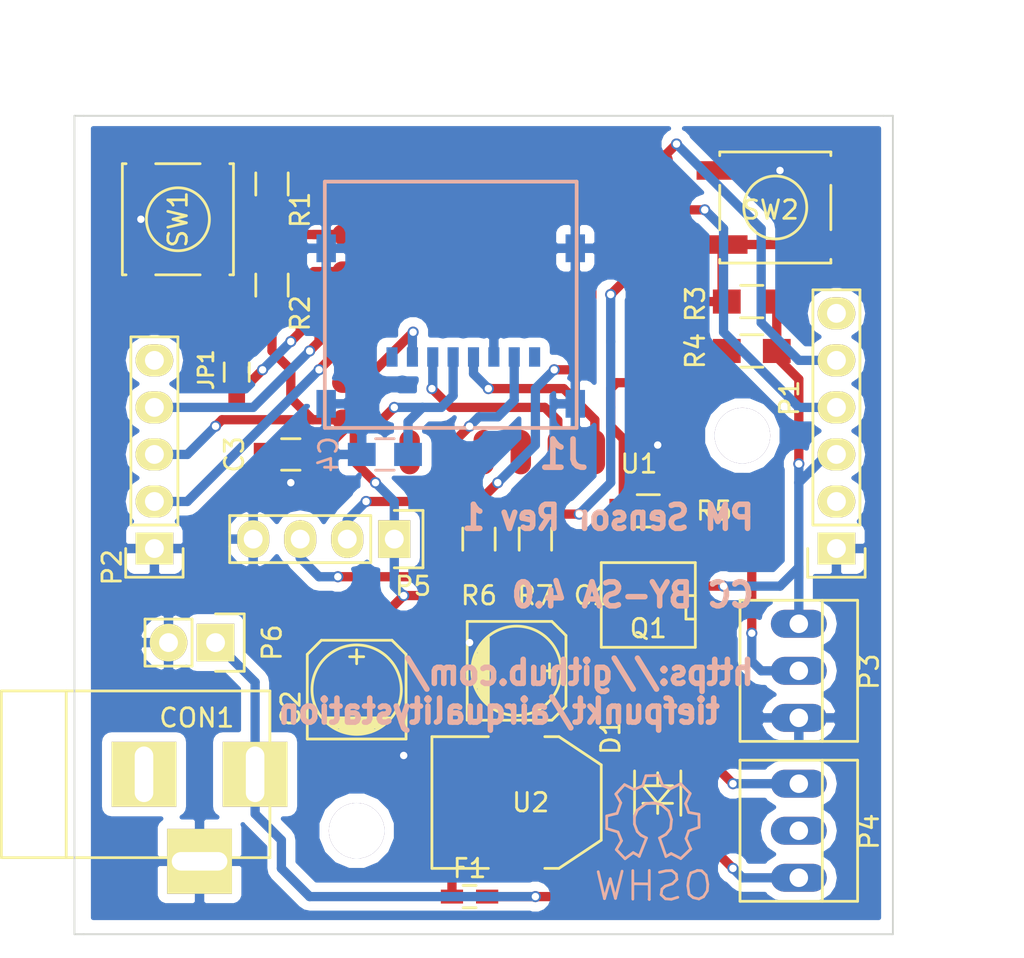
<source format=kicad_pcb>
(kicad_pcb (version 20171130) (host pcbnew "(5.1.12)-1")

  (general
    (thickness 1.6)
    (drawings 10)
    (tracks 270)
    (zones 0)
    (modules 30)
    (nets 22)
  )

  (page A4)
  (layers
    (0 F.Cu signal)
    (31 B.Cu signal)
    (32 B.Adhes user)
    (33 F.Adhes user)
    (34 B.Paste user)
    (35 F.Paste user)
    (36 B.SilkS user)
    (37 F.SilkS user)
    (38 B.Mask user)
    (39 F.Mask user)
    (40 Dwgs.User user)
    (41 Cmts.User user)
    (42 Eco1.User user)
    (43 Eco2.User user)
    (44 Edge.Cuts user)
    (45 Margin user)
    (46 B.CrtYd user)
    (47 F.CrtYd user)
    (48 B.Fab user)
    (49 F.Fab user)
  )

  (setup
    (last_trace_width 0.5)
    (trace_clearance 0.2)
    (zone_clearance 0.508)
    (zone_45_only no)
    (trace_min 0.2)
    (via_size 0.6)
    (via_drill 0.4)
    (via_min_size 0.4)
    (via_min_drill 0.3)
    (uvia_size 0.3)
    (uvia_drill 0.1)
    (uvias_allowed no)
    (uvia_min_size 0.2)
    (uvia_min_drill 0.1)
    (edge_width 0.1)
    (segment_width 0.2)
    (pcb_text_width 0.3)
    (pcb_text_size 1.5 1.5)
    (mod_edge_width 0.15)
    (mod_text_size 1 1)
    (mod_text_width 0.15)
    (pad_size 1.5 1.5)
    (pad_drill 0.6)
    (pad_to_mask_clearance 0)
    (aux_axis_origin 0 0)
    (grid_origin 190.5 112.395)
    (visible_elements 7FFFFFFF)
    (pcbplotparams
      (layerselection 0x010f0_80000001)
      (usegerberextensions true)
      (usegerberattributes true)
      (usegerberadvancedattributes true)
      (creategerberjobfile true)
      (excludeedgelayer true)
      (linewidth 0.100000)
      (plotframeref false)
      (viasonmask false)
      (mode 1)
      (useauxorigin false)
      (hpglpennumber 1)
      (hpglpenspeed 20)
      (hpglpendiameter 15.000000)
      (psnegative false)
      (psa4output false)
      (plotreference true)
      (plotvalue true)
      (plotinvisibletext false)
      (padsonsilk false)
      (subtractmaskfromsilk false)
      (outputformat 1)
      (mirror false)
      (drillshape 0)
      (scaleselection 1)
      (outputdirectory "production/"))
  )

  (net 0 "")
  (net 1 "Net-(C1-Pad1)")
  (net 2 GND)
  (net 3 VCC)
  (net 4 +9V)
  (net 5 "Net-(D1-Pad2)")
  (net 6 "Net-(P1-Pad4)")
  (net 7 "Net-(P1-Pad5)")
  (net 8 "Net-(P2-Pad2)")
  (net 9 "Net-(P2-Pad4)")
  (net 10 "Net-(P3-Pad2)")
  (net 11 "Net-(Q1-Pad4)")
  (net 12 "Net-(R2-Pad2)")
  (net 13 "Net-(R3-Pad2)")
  (net 14 "Net-(P5-Pad2)")
  (net 15 "Net-(P5-Pad3)")
  (net 16 "Net-(J1-Pad2)")
  (net 17 "Net-(J1-Pad3)")
  (net 18 "Net-(J1-Pad5)")
  (net 19 "Net-(J1-Pad7)")
  (net 20 "Net-(JP1-Pad1)")
  (net 21 "Net-(JP1-Pad2)")

  (net_class Default "This is the default net class."
    (clearance 0.2)
    (trace_width 0.5)
    (via_dia 0.6)
    (via_drill 0.4)
    (uvia_dia 0.3)
    (uvia_drill 0.1)
    (add_net GND)
    (add_net "Net-(C1-Pad1)")
    (add_net "Net-(D1-Pad2)")
    (add_net "Net-(J1-Pad2)")
    (add_net "Net-(J1-Pad3)")
    (add_net "Net-(J1-Pad5)")
    (add_net "Net-(J1-Pad7)")
    (add_net "Net-(JP1-Pad1)")
    (add_net "Net-(JP1-Pad2)")
    (add_net "Net-(P1-Pad4)")
    (add_net "Net-(P1-Pad5)")
    (add_net "Net-(P2-Pad2)")
    (add_net "Net-(P2-Pad4)")
    (add_net "Net-(P3-Pad2)")
    (add_net "Net-(P5-Pad2)")
    (add_net "Net-(P5-Pad3)")
    (add_net "Net-(Q1-Pad4)")
    (add_net "Net-(R2-Pad2)")
    (add_net "Net-(R3-Pad2)")
  )

  (net_class Power ""
    (clearance 0.3)
    (trace_width 0.5)
    (via_dia 0.6)
    (via_drill 0.4)
    (uvia_dia 0.3)
    (uvia_drill 0.1)
    (add_net +9V)
    (add_net VCC)
  )

  (module Capacitors_SMD:c_elec_5x5.3 (layer F.Cu) (tedit 57B82C7C) (tstamp 57951D78)
    (at 178.308 129.159)
    (descr "SMT capacitor, aluminium electrolytic, 5x5.3")
    (path /56E7FC01)
    (attr smd)
    (fp_text reference C1 (at 4.064 -4.064) (layer F.SilkS)
      (effects (font (size 1 1) (thickness 0.15)))
    )
    (fp_text value 10µ (at 0 3.81) (layer F.Fab) hide
      (effects (font (size 1 1) (thickness 0.15)))
    )
    (fp_circle (center 0 0) (end -2.413 0) (layer F.SilkS) (width 0.15))
    (fp_line (start 1.778 -0.381) (end 1.778 0.381) (layer F.SilkS) (width 0.15))
    (fp_line (start 2.159 0) (end 1.397 0) (layer F.SilkS) (width 0.15))
    (fp_line (start -2.667 2.667) (end -2.667 -2.667) (layer F.SilkS) (width 0.15))
    (fp_line (start 1.905 2.667) (end -2.667 2.667) (layer F.SilkS) (width 0.15))
    (fp_line (start 2.667 1.905) (end 1.905 2.667) (layer F.SilkS) (width 0.15))
    (fp_line (start 2.667 -1.905) (end 2.667 1.905) (layer F.SilkS) (width 0.15))
    (fp_line (start 1.905 -2.667) (end 2.667 -1.905) (layer F.SilkS) (width 0.15))
    (fp_line (start -2.667 -2.667) (end 1.905 -2.667) (layer F.SilkS) (width 0.15))
    (fp_line (start -1.524 -1.778) (end -1.524 1.778) (layer F.SilkS) (width 0.15))
    (fp_line (start -1.651 1.651) (end -1.651 -1.651) (layer F.SilkS) (width 0.15))
    (fp_line (start -1.778 -1.524) (end -1.778 1.524) (layer F.SilkS) (width 0.15))
    (fp_line (start -1.905 1.397) (end -1.905 -1.397) (layer F.SilkS) (width 0.15))
    (fp_line (start -2.032 -1.27) (end -2.032 1.27) (layer F.SilkS) (width 0.15))
    (fp_line (start -2.159 -0.889) (end -2.159 0.889) (layer F.SilkS) (width 0.15))
    (fp_line (start -2.286 -0.635) (end -2.286 0.762) (layer F.SilkS) (width 0.15))
    (fp_line (start -3.95 3) (end -3.95 -3) (layer F.CrtYd) (width 0.05))
    (fp_line (start 3.95 3) (end -3.95 3) (layer F.CrtYd) (width 0.05))
    (fp_line (start 3.95 -3) (end 3.95 3) (layer F.CrtYd) (width 0.05))
    (fp_line (start -3.95 -3) (end 3.95 -3) (layer F.CrtYd) (width 0.05))
    (pad 1 smd rect (at 2.19964 0) (size 2.99974 1.6002) (layers F.Cu F.Paste F.Mask)
      (net 1 "Net-(C1-Pad1)"))
    (pad 2 smd rect (at -2.19964 0) (size 2.99974 1.6002) (layers F.Cu F.Paste F.Mask)
      (net 2 GND))
    (model Capacitors_SMD.3dshapes/c_elec_5x5.3.wrl
      (at (xyz 0 0 0))
      (scale (xyz 1 1 1))
      (rotate (xyz 0 0 0))
    )
  )

  (module Capacitors_SMD:c_elec_5x5.3 (layer F.Cu) (tedit 57B83268) (tstamp 57951D7E)
    (at 169.672 130.175 90)
    (descr "SMT capacitor, aluminium electrolytic, 5x5.3")
    (path /56E7FC51)
    (attr smd)
    (fp_text reference C2 (at -1.016 -3.556 270) (layer F.SilkS)
      (effects (font (size 1 1) (thickness 0.15)))
    )
    (fp_text value 10µ (at 0 3.81 90) (layer F.Fab) hide
      (effects (font (size 1 1) (thickness 0.15)))
    )
    (fp_circle (center 0 0) (end -2.413 0) (layer F.SilkS) (width 0.15))
    (fp_line (start 1.778 -0.381) (end 1.778 0.381) (layer F.SilkS) (width 0.15))
    (fp_line (start 2.159 0) (end 1.397 0) (layer F.SilkS) (width 0.15))
    (fp_line (start -2.667 2.667) (end -2.667 -2.667) (layer F.SilkS) (width 0.15))
    (fp_line (start 1.905 2.667) (end -2.667 2.667) (layer F.SilkS) (width 0.15))
    (fp_line (start 2.667 1.905) (end 1.905 2.667) (layer F.SilkS) (width 0.15))
    (fp_line (start 2.667 -1.905) (end 2.667 1.905) (layer F.SilkS) (width 0.15))
    (fp_line (start 1.905 -2.667) (end 2.667 -1.905) (layer F.SilkS) (width 0.15))
    (fp_line (start -2.667 -2.667) (end 1.905 -2.667) (layer F.SilkS) (width 0.15))
    (fp_line (start -1.524 -1.778) (end -1.524 1.778) (layer F.SilkS) (width 0.15))
    (fp_line (start -1.651 1.651) (end -1.651 -1.651) (layer F.SilkS) (width 0.15))
    (fp_line (start -1.778 -1.524) (end -1.778 1.524) (layer F.SilkS) (width 0.15))
    (fp_line (start -1.905 1.397) (end -1.905 -1.397) (layer F.SilkS) (width 0.15))
    (fp_line (start -2.032 -1.27) (end -2.032 1.27) (layer F.SilkS) (width 0.15))
    (fp_line (start -2.159 -0.889) (end -2.159 0.889) (layer F.SilkS) (width 0.15))
    (fp_line (start -2.286 -0.635) (end -2.286 0.762) (layer F.SilkS) (width 0.15))
    (fp_line (start -3.95 3) (end -3.95 -3) (layer F.CrtYd) (width 0.05))
    (fp_line (start 3.95 3) (end -3.95 3) (layer F.CrtYd) (width 0.05))
    (fp_line (start 3.95 -3) (end 3.95 3) (layer F.CrtYd) (width 0.05))
    (fp_line (start -3.95 -3) (end 3.95 -3) (layer F.CrtYd) (width 0.05))
    (pad 1 smd rect (at 2.19964 0 90) (size 2.99974 1.6002) (layers F.Cu F.Paste F.Mask)
      (net 3 VCC))
    (pad 2 smd rect (at -2.19964 0 90) (size 2.99974 1.6002) (layers F.Cu F.Paste F.Mask)
      (net 2 GND))
    (model Capacitors_SMD.3dshapes/c_elec_5x5.3.wrl
      (at (xyz 0 0 0))
      (scale (xyz 1 1 1))
      (rotate (xyz 0 0 0))
    )
  )

  (module Diodes_SMD:MELF_Handsoldering (layer F.Cu) (tedit 57B82E4D) (tstamp 57951D84)
    (at 185.928 135.763 90)
    (descr "Diode MELF Handsoldering")
    (tags "Diode MELF Handsoldering")
    (path /5755B74D)
    (attr smd)
    (fp_text reference D1 (at 3.048 -2.54 90) (layer F.SilkS)
      (effects (font (size 1 1) (thickness 0.15)))
    )
    (fp_text value D (at 0 3.81 90) (layer F.Fab) hide
      (effects (font (size 1 1) (thickness 0.15)))
    )
    (fp_line (start 1.19888 1.24968) (end -1.04902 1.24968) (layer F.SilkS) (width 0.15))
    (fp_line (start 1.19888 -1.24968) (end -1.15062 -1.24968) (layer F.SilkS) (width 0.15))
    (fp_line (start -1.09982 1.24968) (end -1.19888 1.24968) (layer F.SilkS) (width 0.15))
    (fp_line (start -1.09982 -1.24968) (end -1.19888 -1.24968) (layer F.SilkS) (width 0.15))
    (fp_line (start 0.39878 0.8001) (end -0.55118 0) (layer F.SilkS) (width 0.15))
    (fp_line (start 0.39878 -0.8001) (end 0.39878 0.8001) (layer F.SilkS) (width 0.15))
    (fp_line (start -0.55118 0) (end 0.39878 -0.8001) (layer F.SilkS) (width 0.15))
    (fp_line (start -0.55118 0) (end -0.55118 -0.8001) (layer F.SilkS) (width 0.15))
    (fp_line (start -0.55118 0) (end -0.55118 0.8001) (layer F.SilkS) (width 0.15))
    (fp_line (start -0.55118 0) (end -1.09982 0) (layer F.SilkS) (width 0.15))
    (fp_line (start 0.39878 0) (end 1.09982 0) (layer F.SilkS) (width 0.15))
    (fp_line (start -5.4 1.6) (end -5.4 -1.6) (layer F.CrtYd) (width 0.05))
    (fp_line (start 5.4 1.6) (end -5.4 1.6) (layer F.CrtYd) (width 0.05))
    (fp_line (start 5.4 -1.6) (end 5.4 1.6) (layer F.CrtYd) (width 0.05))
    (fp_line (start -5.4 -1.6) (end 5.4 -1.6) (layer F.CrtYd) (width 0.05))
    (fp_text user K (at -2.55 2.45 90) (layer F.SilkS) hide
      (effects (font (size 1 1) (thickness 0.15)))
    )
    (fp_text user A (at 2.35 2.5 90) (layer F.SilkS) hide
      (effects (font (size 1 1) (thickness 0.15)))
    )
    (pad 1 smd rect (at -3.40106 0 90) (size 3.50012 2.70002) (layers F.Cu F.Paste F.Mask)
      (net 4 +9V))
    (pad 2 smd rect (at 3.40106 0 90) (size 3.50012 2.70002) (layers F.Cu F.Paste F.Mask)
      (net 5 "Net-(D1-Pad2)"))
    (model Diodes_SMD.3dshapes/MELF_Handsoldering.wrl
      (at (xyz 0 0 0))
      (scale (xyz 0.3937 0.3937 0.3937))
      (rotate (xyz 0 0 180))
    )
  )

  (module Capacitors_SMD:C_0603_HandSoldering (layer F.Cu) (tedit 57B82ACF) (tstamp 57951D8A)
    (at 175.768 141.351 180)
    (descr "Capacitor SMD 0603, hand soldering")
    (tags "capacitor 0603")
    (path /56E7FBBB)
    (attr smd)
    (fp_text reference F1 (at 0 1.524 180) (layer F.SilkS)
      (effects (font (size 1 1) (thickness 0.15)))
    )
    (fp_text value 0.1A (at -4.064 2.032 180) (layer F.Fab) hide
      (effects (font (size 1 1) (thickness 0.15)))
    )
    (fp_line (start 0.35 0.6) (end -0.35 0.6) (layer F.SilkS) (width 0.15))
    (fp_line (start -0.35 -0.6) (end 0.35 -0.6) (layer F.SilkS) (width 0.15))
    (fp_line (start 1.85 -0.75) (end 1.85 0.75) (layer F.CrtYd) (width 0.05))
    (fp_line (start -1.85 -0.75) (end -1.85 0.75) (layer F.CrtYd) (width 0.05))
    (fp_line (start -1.85 0.75) (end 1.85 0.75) (layer F.CrtYd) (width 0.05))
    (fp_line (start -1.85 -0.75) (end 1.85 -0.75) (layer F.CrtYd) (width 0.05))
    (pad 1 smd rect (at -0.95 0 180) (size 1.2 0.75) (layers F.Cu F.Paste F.Mask)
      (net 4 +9V))
    (pad 2 smd rect (at 0.95 0 180) (size 1.2 0.75) (layers F.Cu F.Paste F.Mask)
      (net 1 "Net-(C1-Pad1)"))
    (model Capacitors_SMD.3dshapes/C_0603_HandSoldering.wrl
      (at (xyz 0 0 0))
      (scale (xyz 1 1 1))
      (rotate (xyz 0 0 0))
    )
  )

  (module Pin_Headers:Pin_Header_Straight_1x06 (layer F.Cu) (tedit 57B82B55) (tstamp 57951D94)
    (at 195.58 122.555 180)
    (descr "Through hole pin header")
    (tags "pin header")
    (path /56E7D2E4)
    (fp_text reference P1 (at 2.54 8.128 270) (layer F.SilkS)
      (effects (font (size 1 1) (thickness 0.15)))
    )
    (fp_text value "FTDI ESP" (at 2.921 2.667 270) (layer F.Fab)
      (effects (font (size 1 1) (thickness 0.15)))
    )
    (fp_line (start -1.55 -1.55) (end 1.55 -1.55) (layer F.SilkS) (width 0.15))
    (fp_line (start -1.55 0) (end -1.55 -1.55) (layer F.SilkS) (width 0.15))
    (fp_line (start 1.27 1.27) (end -1.27 1.27) (layer F.SilkS) (width 0.15))
    (fp_line (start 1.55 -1.55) (end 1.55 0) (layer F.SilkS) (width 0.15))
    (fp_line (start -1.27 13.97) (end -1.27 1.27) (layer F.SilkS) (width 0.15))
    (fp_line (start 1.27 13.97) (end -1.27 13.97) (layer F.SilkS) (width 0.15))
    (fp_line (start 1.27 1.27) (end 1.27 13.97) (layer F.SilkS) (width 0.15))
    (fp_line (start -1.75 14.45) (end 1.75 14.45) (layer F.CrtYd) (width 0.05))
    (fp_line (start -1.75 -1.75) (end 1.75 -1.75) (layer F.CrtYd) (width 0.05))
    (fp_line (start 1.75 -1.75) (end 1.75 14.45) (layer F.CrtYd) (width 0.05))
    (fp_line (start -1.75 -1.75) (end -1.75 14.45) (layer F.CrtYd) (width 0.05))
    (pad 1 thru_hole rect (at 0 0 180) (size 2.032 1.7272) (drill 1.016) (layers *.Cu *.Mask F.SilkS)
      (net 2 GND))
    (pad 2 thru_hole oval (at 0 2.54 180) (size 2.032 1.7272) (drill 1.016) (layers *.Cu *.Mask F.SilkS))
    (pad 3 thru_hole oval (at 0 5.08 180) (size 2.032 1.7272) (drill 1.016) (layers *.Cu *.Mask F.SilkS)
      (net 3 VCC))
    (pad 4 thru_hole oval (at 0 7.62 180) (size 2.032 1.7272) (drill 1.016) (layers *.Cu *.Mask F.SilkS)
      (net 6 "Net-(P1-Pad4)"))
    (pad 5 thru_hole oval (at 0 10.16 180) (size 2.032 1.7272) (drill 1.016) (layers *.Cu *.Mask F.SilkS)
      (net 7 "Net-(P1-Pad5)"))
    (pad 6 thru_hole oval (at 0 12.7 180) (size 2.032 1.7272) (drill 1.016) (layers *.Cu *.Mask F.SilkS))
    (model Pin_Headers.3dshapes/Pin_Header_Straight_1x06.wrl
      (offset (xyz 0 -6.349999904632568 0))
      (scale (xyz 1 1 1))
      (rotate (xyz 0 0 90))
    )
  )

  (module Pin_Headers:Pin_Header_Straight_1x05 (layer F.Cu) (tedit 57B82E16) (tstamp 57951D9D)
    (at 158.75 122.555 180)
    (descr "Through hole pin header")
    (tags "pin header")
    (path /5755B2C6)
    (fp_text reference P2 (at 2.286 -1.016 270) (layer F.SilkS)
      (effects (font (size 1 1) (thickness 0.15)))
    )
    (fp_text value PPD42NS (at 2.794 5.08 270) (layer F.Fab)
      (effects (font (size 1 1) (thickness 0.15)))
    )
    (fp_line (start 1.27 1.27) (end -1.27 1.27) (layer F.SilkS) (width 0.15))
    (fp_line (start -1.27 11.43) (end -1.27 1.27) (layer F.SilkS) (width 0.15))
    (fp_line (start 1.27 11.43) (end -1.27 11.43) (layer F.SilkS) (width 0.15))
    (fp_line (start 1.27 1.27) (end 1.27 11.43) (layer F.SilkS) (width 0.15))
    (fp_line (start -1.75 11.95) (end 1.75 11.95) (layer F.CrtYd) (width 0.05))
    (fp_line (start -1.75 -1.75) (end 1.75 -1.75) (layer F.CrtYd) (width 0.05))
    (fp_line (start 1.75 -1.75) (end 1.75 11.95) (layer F.CrtYd) (width 0.05))
    (fp_line (start -1.75 -1.75) (end -1.75 11.95) (layer F.CrtYd) (width 0.05))
    (fp_line (start 1.55 -1.55) (end 1.55 0) (layer F.SilkS) (width 0.15))
    (fp_line (start -1.55 -1.55) (end 1.55 -1.55) (layer F.SilkS) (width 0.15))
    (fp_line (start -1.55 0) (end -1.55 -1.55) (layer F.SilkS) (width 0.15))
    (pad 1 thru_hole rect (at 0 0 180) (size 2.032 1.7272) (drill 1.016) (layers *.Cu *.Mask F.SilkS)
      (net 2 GND))
    (pad 2 thru_hole oval (at 0 2.54 180) (size 2.032 1.7272) (drill 1.016) (layers *.Cu *.Mask F.SilkS)
      (net 8 "Net-(P2-Pad2)"))
    (pad 3 thru_hole oval (at 0 5.08 180) (size 2.032 1.7272) (drill 1.016) (layers *.Cu *.Mask F.SilkS)
      (net 3 VCC))
    (pad 4 thru_hole oval (at 0 7.62 180) (size 2.032 1.7272) (drill 1.016) (layers *.Cu *.Mask F.SilkS)
      (net 9 "Net-(P2-Pad4)"))
    (pad 5 thru_hole oval (at 0 10.16 180) (size 2.032 1.7272) (drill 1.016) (layers *.Cu *.Mask F.SilkS))
    (model Pin_Headers.3dshapes/Pin_Header_Straight_1x05.wrl
      (offset (xyz 0 -5.079999923706055 0))
      (scale (xyz 1 1 1))
      (rotate (xyz 0 0 90))
    )
  )

  (module Connect:PINHEAD1-3 (layer F.Cu) (tedit 57B82C81) (tstamp 57951DA4)
    (at 193.548 129.159 270)
    (path /5755B3C6)
    (attr virtual)
    (fp_text reference P3 (at 0.05 -3.8 270) (layer F.SilkS)
      (effects (font (size 1 1) (thickness 0.15)))
    )
    (fp_text value DHT22 (at 0 4.064 270) (layer F.Fab)
      (effects (font (size 1 1) (thickness 0.15)))
    )
    (fp_line (start 3.81 3.175) (end -3.81 3.175) (layer F.SilkS) (width 0.15))
    (fp_line (start -3.81 -3.175) (end 3.81 -3.175) (layer F.SilkS) (width 0.15))
    (fp_line (start 3.81 -1.27) (end -3.81 -1.27) (layer F.SilkS) (width 0.15))
    (fp_line (start 3.81 -3.175) (end 3.81 3.175) (layer F.SilkS) (width 0.15))
    (fp_line (start -3.81 -3.175) (end -3.81 3.175) (layer F.SilkS) (width 0.15))
    (pad 1 thru_hole oval (at -2.54 0 270) (size 1.50622 3.01498) (drill 0.99822) (layers *.Cu *.Mask)
      (net 3 VCC))
    (pad 2 thru_hole oval (at 0 0 270) (size 1.50622 3.01498) (drill 0.99822) (layers *.Cu *.Mask)
      (net 10 "Net-(P3-Pad2)"))
    (pad 3 thru_hole oval (at 2.54 0 270) (size 1.50622 3.01498) (drill 0.99822) (layers *.Cu *.Mask)
      (net 2 GND))
  )

  (module Connect:PINHEAD1-3 (layer F.Cu) (tedit 57B82E44) (tstamp 57951DAB)
    (at 193.548 137.795 270)
    (path /5755B535)
    (attr virtual)
    (fp_text reference P4 (at 0.05 -3.8 270) (layer F.SilkS)
      (effects (font (size 1 1) (thickness 0.15)))
    )
    (fp_text value Fan (at 0 3.81 270) (layer F.Fab)
      (effects (font (size 1 1) (thickness 0.15)))
    )
    (fp_line (start 3.81 3.175) (end -3.81 3.175) (layer F.SilkS) (width 0.15))
    (fp_line (start -3.81 -3.175) (end 3.81 -3.175) (layer F.SilkS) (width 0.15))
    (fp_line (start 3.81 -1.27) (end -3.81 -1.27) (layer F.SilkS) (width 0.15))
    (fp_line (start 3.81 -3.175) (end 3.81 3.175) (layer F.SilkS) (width 0.15))
    (fp_line (start -3.81 -3.175) (end -3.81 3.175) (layer F.SilkS) (width 0.15))
    (pad 1 thru_hole oval (at -2.54 0 270) (size 1.50622 3.01498) (drill 0.99822) (layers *.Cu *.Mask)
      (net 5 "Net-(D1-Pad2)"))
    (pad 2 thru_hole oval (at 0 0 270) (size 1.50622 3.01498) (drill 0.99822) (layers *.Cu *.Mask))
    (pad 3 thru_hole oval (at 2.54 0 270) (size 1.50622 3.01498) (drill 0.99822) (layers *.Cu *.Mask)
      (net 4 +9V))
  )

  (module SMD_Packages:SOIC-8-N (layer F.Cu) (tedit 57B82B35) (tstamp 57951DB7)
    (at 185.42 125.603 180)
    (descr "Module Narrow CMS SOJ 8 pins large")
    (tags "CMS SOJ")
    (path /5755B5B8)
    (attr smd)
    (fp_text reference Q1 (at 0 -1.27 180) (layer F.SilkS)
      (effects (font (size 1 1) (thickness 0.15)))
    )
    (fp_text value IRF7401 (at 0 1.27 180) (layer F.Fab) hide
      (effects (font (size 1 1) (thickness 0.15)))
    )
    (fp_line (start -2.032 0.508) (end -2.54 0.508) (layer F.SilkS) (width 0.15))
    (fp_line (start -2.032 -0.762) (end -2.032 0.508) (layer F.SilkS) (width 0.15))
    (fp_line (start -2.54 -0.762) (end -2.032 -0.762) (layer F.SilkS) (width 0.15))
    (fp_line (start -2.54 2.286) (end -2.54 -2.286) (layer F.SilkS) (width 0.15))
    (fp_line (start 2.54 2.286) (end -2.54 2.286) (layer F.SilkS) (width 0.15))
    (fp_line (start 2.54 -2.286) (end 2.54 2.286) (layer F.SilkS) (width 0.15))
    (fp_line (start -2.54 -2.286) (end 2.54 -2.286) (layer F.SilkS) (width 0.15))
    (pad 8 smd rect (at -1.905 -3.175 180) (size 0.508 1.143) (layers F.Cu F.Paste F.Mask))
    (pad 7 smd rect (at -0.635 -3.175 180) (size 0.508 1.143) (layers F.Cu F.Paste F.Mask)
      (net 5 "Net-(D1-Pad2)"))
    (pad 6 smd rect (at 0.635 -3.175 180) (size 0.508 1.143) (layers F.Cu F.Paste F.Mask)
      (net 5 "Net-(D1-Pad2)"))
    (pad 5 smd rect (at 1.905 -3.175 180) (size 0.508 1.143) (layers F.Cu F.Paste F.Mask)
      (net 5 "Net-(D1-Pad2)"))
    (pad 4 smd rect (at 1.905 3.175 180) (size 0.508 1.143) (layers F.Cu F.Paste F.Mask)
      (net 11 "Net-(Q1-Pad4)"))
    (pad 3 smd rect (at 0.635 3.175 180) (size 0.508 1.143) (layers F.Cu F.Paste F.Mask)
      (net 2 GND))
    (pad 2 smd rect (at -0.635 3.175 180) (size 0.508 1.143) (layers F.Cu F.Paste F.Mask)
      (net 2 GND))
    (pad 1 smd rect (at -1.905 3.175 180) (size 0.508 1.143) (layers F.Cu F.Paste F.Mask)
      (net 2 GND))
    (model SMD_Packages.3dshapes/SOIC-8-N.wrl
      (at (xyz 0 0 0))
      (scale (xyz 0.5 0.38 0.5))
      (rotate (xyz 0 0 0))
    )
  )

  (module Buttons_Switches_SMD:SW_SPST_EVPBF (layer F.Cu) (tedit 57B82A03) (tstamp 57951DDD)
    (at 160.02 104.775 270)
    (descr "Light Touch Switch")
    (path /56EBDFFA)
    (attr smd)
    (fp_text reference SW1 (at 0 0 270) (layer F.SilkS)
      (effects (font (size 1 1) (thickness 0.15)))
    )
    (fp_text value Reset (at 0 4.064 270) (layer F.Fab)
      (effects (font (size 1 1) (thickness 0.15)))
    )
    (fp_circle (center 0 0) (end 1.7 0) (layer F.SilkS) (width 0.15))
    (fp_line (start -3 3) (end 3 3) (layer F.SilkS) (width 0.15))
    (fp_line (start 3 -3) (end -3 -3) (layer F.SilkS) (width 0.15))
    (fp_line (start 3 -1.2) (end 3 1.2) (layer F.SilkS) (width 0.15))
    (fp_line (start -3 -1.2) (end -3 1.2) (layer F.SilkS) (width 0.15))
    (fp_line (start -3 -3) (end -3 -2.8) (layer F.SilkS) (width 0.15))
    (fp_line (start -3 3) (end -3 2.8) (layer F.SilkS) (width 0.15))
    (fp_line (start 3 3) (end 3 2.8) (layer F.SilkS) (width 0.15))
    (fp_line (start 3 -3) (end 3 -2.8) (layer F.SilkS) (width 0.15))
    (fp_line (start -4.5 3.25) (end -4.5 -3.25) (layer F.CrtYd) (width 0.05))
    (fp_line (start 4.5 3.25) (end -4.5 3.25) (layer F.CrtYd) (width 0.05))
    (fp_line (start 4.5 -3.25) (end 4.5 3.25) (layer F.CrtYd) (width 0.05))
    (fp_line (start -4.5 -3.25) (end 4.5 -3.25) (layer F.CrtYd) (width 0.05))
    (pad 1 smd rect (at 2.875 -2 270) (size 2.75 1) (layers F.Cu F.Paste F.Mask)
      (net 21 "Net-(JP1-Pad2)"))
    (pad 1 smd rect (at -2.875 -2 270) (size 2.75 1) (layers F.Cu F.Paste F.Mask)
      (net 21 "Net-(JP1-Pad2)"))
    (pad 2 smd rect (at -2.875 2 270) (size 2.75 1) (layers F.Cu F.Paste F.Mask)
      (net 2 GND))
    (pad 2 smd rect (at 2.875 2 270) (size 2.75 1) (layers F.Cu F.Paste F.Mask)
      (net 2 GND))
  )

  (module Buttons_Switches_SMD:SW_SPST_EVPBF (layer F.Cu) (tedit 57B82A16) (tstamp 57951DE5)
    (at 192.278 104.14 180)
    (descr "Light Touch Switch")
    (path /56EBDC53)
    (attr smd)
    (fp_text reference SW2 (at 0.254 -0.127 180) (layer F.SilkS)
      (effects (font (size 1 1) (thickness 0.15)))
    )
    (fp_text value Flash (at -0.762 3.937 180) (layer F.Fab)
      (effects (font (size 1 1) (thickness 0.15)))
    )
    (fp_circle (center 0 0) (end 1.7 0) (layer F.SilkS) (width 0.15))
    (fp_line (start -3 3) (end 3 3) (layer F.SilkS) (width 0.15))
    (fp_line (start 3 -3) (end -3 -3) (layer F.SilkS) (width 0.15))
    (fp_line (start 3 -1.2) (end 3 1.2) (layer F.SilkS) (width 0.15))
    (fp_line (start -3 -1.2) (end -3 1.2) (layer F.SilkS) (width 0.15))
    (fp_line (start -3 -3) (end -3 -2.8) (layer F.SilkS) (width 0.15))
    (fp_line (start -3 3) (end -3 2.8) (layer F.SilkS) (width 0.15))
    (fp_line (start 3 3) (end 3 2.8) (layer F.SilkS) (width 0.15))
    (fp_line (start 3 -3) (end 3 -2.8) (layer F.SilkS) (width 0.15))
    (fp_line (start -4.5 3.25) (end -4.5 -3.25) (layer F.CrtYd) (width 0.05))
    (fp_line (start 4.5 3.25) (end -4.5 3.25) (layer F.CrtYd) (width 0.05))
    (fp_line (start 4.5 -3.25) (end 4.5 3.25) (layer F.CrtYd) (width 0.05))
    (fp_line (start -4.5 -3.25) (end 4.5 -3.25) (layer F.CrtYd) (width 0.05))
    (pad 1 smd rect (at 2.875 -2 180) (size 2.75 1) (layers F.Cu F.Paste F.Mask)
      (net 13 "Net-(R3-Pad2)"))
    (pad 1 smd rect (at -2.875 -2 180) (size 2.75 1) (layers F.Cu F.Paste F.Mask)
      (net 13 "Net-(R3-Pad2)"))
    (pad 2 smd rect (at -2.875 2 180) (size 2.75 1) (layers F.Cu F.Paste F.Mask)
      (net 2 GND))
    (pad 2 smd rect (at 2.875 2 180) (size 2.75 1) (layers F.Cu F.Paste F.Mask)
      (net 2 GND))
  )

  (module ESP8266:ESP-12E (layer F.Cu) (tedit 57B82DE1) (tstamp 57951DFF)
    (at 169.545 101.6)
    (descr "Module, ESP-8266, ESP-12, 16 pad, SMD")
    (tags "Module ESP-8266 ESP8266")
    (path /56E7BC6E)
    (fp_text reference U1 (at 15.367 16.383) (layer F.SilkS)
      (effects (font (size 1 1) (thickness 0.15)))
    )
    (fp_text value ESP-12E (at 8 1) (layer F.Fab) hide
      (effects (font (size 1 1) (thickness 0.15)))
    )
    (fp_line (start 0 -8.4) (end 16 -8.4) (layer F.Fab) (width 0.1524))
    (fp_line (start 0 15.6) (end 0 -8.4) (layer F.Fab) (width 0.1524))
    (fp_line (start 16 15.6) (end 0 15.6) (layer F.Fab) (width 0.1524))
    (fp_line (start 16 -8.4) (end 16 15.6) (layer F.Fab) (width 0.1524))
    (fp_line (start 16 -8.4) (end 0 -8.4) (layer F.CrtYd) (width 0.1524))
    (fp_line (start 16 -2.6) (end 16 -8.4) (layer F.CrtYd) (width 0.1524))
    (fp_line (start 0 -2.6) (end 16 -2.6) (layer F.CrtYd) (width 0.1524))
    (fp_line (start 0 -8.4) (end 0 -2.6) (layer F.CrtYd) (width 0.1524))
    (fp_line (start 0 -8.4) (end 16 -2.6) (layer F.CrtYd) (width 0.1524))
    (fp_line (start 16 -8.4) (end 0 -2.6) (layer F.CrtYd) (width 0.1524))
    (fp_text user "No Copper" (at 7.9 -5.4) (layer F.CrtYd)
      (effects (font (size 1 1) (thickness 0.15)))
    )
    (pad 9 smd oval (at 2.99 15.75 90) (size 2.4 1.1) (layers F.Cu F.Paste F.Mask))
    (pad 10 smd oval (at 4.99 15.75 90) (size 2.4 1.1) (layers F.Cu F.Paste F.Mask)
      (net 19 "Net-(J1-Pad7)"))
    (pad 11 smd oval (at 6.99 15.75 90) (size 2.4 1.1) (layers F.Cu F.Paste F.Mask))
    (pad 12 smd oval (at 8.99 15.75 90) (size 2.4 1.1) (layers F.Cu F.Paste F.Mask))
    (pad 13 smd oval (at 10.99 15.75 90) (size 2.4 1.1) (layers F.Cu F.Paste F.Mask)
      (net 17 "Net-(J1-Pad3)"))
    (pad 14 smd oval (at 12.99 15.75 90) (size 2.4 1.1) (layers F.Cu F.Paste F.Mask)
      (net 18 "Net-(J1-Pad5)"))
    (pad 1 smd rect (at 0 0) (size 2.4 1.1) (layers F.Cu F.Paste F.Mask)
      (net 21 "Net-(JP1-Pad2)"))
    (pad 2 smd oval (at 0 2) (size 2.4 1.1) (layers F.Cu F.Paste F.Mask))
    (pad 3 smd oval (at 0 4) (size 2.4 1.1) (layers F.Cu F.Paste F.Mask)
      (net 12 "Net-(R2-Pad2)"))
    (pad 4 smd oval (at 0 6) (size 2.4 1.1) (layers F.Cu F.Paste F.Mask)
      (net 20 "Net-(JP1-Pad1)"))
    (pad 5 smd oval (at 0 8) (size 2.4 1.1) (layers F.Cu F.Paste F.Mask)
      (net 9 "Net-(P2-Pad4)"))
    (pad 6 smd oval (at 0 10) (size 2.4 1.1) (layers F.Cu F.Paste F.Mask)
      (net 8 "Net-(P2-Pad2)"))
    (pad 7 smd oval (at 0 12) (size 2.4 1.1) (layers F.Cu F.Paste F.Mask)
      (net 16 "Net-(J1-Pad2)"))
    (pad 8 smd oval (at 0 14) (size 2.4 1.1) (layers F.Cu F.Paste F.Mask)
      (net 3 VCC))
    (pad 15 smd oval (at 16 14) (size 2.4 1.1) (layers F.Cu F.Paste F.Mask)
      (net 2 GND))
    (pad 16 smd oval (at 16 12) (size 2.4 1.1) (layers F.Cu F.Paste F.Mask)
      (net 11 "Net-(Q1-Pad4)"))
    (pad 17 smd oval (at 16 10) (size 2.4 1.1) (layers F.Cu F.Paste F.Mask)
      (net 10 "Net-(P3-Pad2)"))
    (pad 18 smd oval (at 16 8) (size 2.4 1.1) (layers F.Cu F.Paste F.Mask)
      (net 13 "Net-(R3-Pad2)"))
    (pad 19 smd oval (at 16 6) (size 2.4 1.1) (layers F.Cu F.Paste F.Mask)
      (net 15 "Net-(P5-Pad3)"))
    (pad 20 smd oval (at 16 4) (size 2.4 1.1) (layers F.Cu F.Paste F.Mask)
      (net 14 "Net-(P5-Pad2)"))
    (pad 21 smd oval (at 16 2) (size 2.4 1.1) (layers F.Cu F.Paste F.Mask)
      (net 6 "Net-(P1-Pad4)"))
    (pad 22 smd oval (at 16 0) (size 2.4 1.1) (layers F.Cu F.Paste F.Mask)
      (net 7 "Net-(P1-Pad5)"))
    (model ${ESPLIB}/ESP8266.3dshapes/ESP-12.wrl
      (offset (xyz 1.015999984741211 0 0))
      (scale (xyz 0.3937 0.3937 0.3937))
      (rotate (xyz 0 0 0))
    )
  )

  (module Pin_Headers:Pin_Header_Straight_1x04 (layer F.Cu) (tedit 57B82E0A) (tstamp 57A21805)
    (at 171.704 122.047 270)
    (descr "Through hole pin header")
    (tags "pin header")
    (path /57A3B3E4)
    (fp_text reference P5 (at 2.54 -1.016) (layer F.SilkS)
      (effects (font (size 1 1) (thickness 0.15)))
    )
    (fp_text value I2C (at 2.54 4.572) (layer F.Fab)
      (effects (font (size 1 1) (thickness 0.15)))
    )
    (fp_line (start -1.55 -1.55) (end 1.55 -1.55) (layer F.SilkS) (width 0.15))
    (fp_line (start -1.55 0) (end -1.55 -1.55) (layer F.SilkS) (width 0.15))
    (fp_line (start 1.27 1.27) (end -1.27 1.27) (layer F.SilkS) (width 0.15))
    (fp_line (start -1.27 8.89) (end 1.27 8.89) (layer F.SilkS) (width 0.15))
    (fp_line (start 1.55 -1.55) (end 1.55 0) (layer F.SilkS) (width 0.15))
    (fp_line (start 1.27 1.27) (end 1.27 8.89) (layer F.SilkS) (width 0.15))
    (fp_line (start -1.27 1.27) (end -1.27 8.89) (layer F.SilkS) (width 0.15))
    (fp_line (start -1.75 9.4) (end 1.75 9.4) (layer F.CrtYd) (width 0.05))
    (fp_line (start -1.75 -1.75) (end 1.75 -1.75) (layer F.CrtYd) (width 0.05))
    (fp_line (start 1.75 -1.75) (end 1.75 9.4) (layer F.CrtYd) (width 0.05))
    (fp_line (start -1.75 -1.75) (end -1.75 9.4) (layer F.CrtYd) (width 0.05))
    (pad 1 thru_hole rect (at 0 0 270) (size 2.032 1.7272) (drill 1.016) (layers *.Cu *.Mask F.SilkS)
      (net 3 VCC))
    (pad 2 thru_hole oval (at 0 2.54 270) (size 2.032 1.7272) (drill 1.016) (layers *.Cu *.Mask F.SilkS)
      (net 14 "Net-(P5-Pad2)"))
    (pad 3 thru_hole oval (at 0 5.08 270) (size 2.032 1.7272) (drill 1.016) (layers *.Cu *.Mask F.SilkS)
      (net 15 "Net-(P5-Pad3)"))
    (pad 4 thru_hole oval (at 0 7.62 270) (size 2.032 1.7272) (drill 1.016) (layers *.Cu *.Mask F.SilkS)
      (net 2 GND))
    (model Pin_Headers.3dshapes/Pin_Header_Straight_1x04.wrl
      (offset (xyz 0 -3.809999942779541 0))
      (scale (xyz 1 1 1))
      (rotate (xyz 0 0 90))
    )
  )

  (module Footprints:MICRO_SD_HINGE_AMP (layer B.Cu) (tedit 57B82DD5) (tstamp 57AA3B45)
    (at 174.752 102.743 180)
    (path /57AA5782)
    (fp_text reference J1 (at -6.096 -14.732 180) (layer B.SilkS)
      (effects (font (size 1.524 1.524) (thickness 0.3048)) (justify mirror))
    )
    (fp_text value MicroSD (at 0 1 180) (layer B.SilkS) hide
      (effects (font (size 1.524 1.524) (thickness 0.3048)) (justify mirror))
    )
    (fp_line (start -6.79958 0) (end 6.79958 0) (layer B.SilkS) (width 0.20066))
    (fp_line (start -6.79958 -13.29944) (end -6.79958 0) (layer B.SilkS) (width 0.20066))
    (fp_line (start 6.79958 -13.29944) (end -6.79958 -13.29944) (layer B.SilkS) (width 0.20066))
    (fp_line (start 6.79958 0) (end 6.79958 -13.29944) (layer B.SilkS) (width 0.20066))
    (pad 1 smd rect (at 3.16992 -9.46912 180) (size 0.59944 1.04902) (layers B.Cu B.Paste B.Mask))
    (pad 2 smd rect (at 2.0701 -9.46912 180) (size 0.59944 1.04902) (layers B.Cu B.Paste B.Mask)
      (net 16 "Net-(J1-Pad2)"))
    (pad 3 smd rect (at 0.97028 -9.46912 180) (size 0.59944 1.04902) (layers B.Cu B.Paste B.Mask)
      (net 17 "Net-(J1-Pad3)"))
    (pad 4 smd rect (at -0.12954 -9.46912 180) (size 0.59944 1.04902) (layers B.Cu B.Paste B.Mask)
      (net 3 VCC))
    (pad 5 smd rect (at -1.22936 -9.46912 180) (size 0.59944 1.04902) (layers B.Cu B.Paste B.Mask)
      (net 18 "Net-(J1-Pad5)"))
    (pad 6 smd rect (at -2.32918 -9.46912 180) (size 0.59944 1.04902) (layers B.Cu B.Paste B.Mask)
      (net 2 GND))
    (pad 7 smd rect (at -3.429 -9.46912 180) (size 0.59944 1.04902) (layers B.Cu B.Paste B.Mask)
      (net 19 "Net-(J1-Pad7)"))
    (pad 8 smd rect (at -4.52882 -9.46912 180) (size 0.59944 1.04902) (layers B.Cu B.Paste B.Mask))
    (pad SHLD smd rect (at 6.72592 -11.99896 180) (size 1.04902 1.50114) (layers B.Cu B.Paste B.Mask)
      (net 2 GND))
    (pad SHLD smd rect (at -6.72592 -11.99896 180) (size 1.04902 1.50114) (layers B.Cu B.Paste B.Mask)
      (net 2 GND))
    (pad SHLD smd rect (at 6.72592 -3.59918 180) (size 1.04902 1.50114) (layers B.Cu B.Paste B.Mask)
      (net 2 GND))
    (pad SHLD smd rect (at -6.72592 -3.59918 180) (size 1.04902 1.50114) (layers B.Cu B.Paste B.Mask)
      (net 2 GND))
    (model 3D/SD-Amp-microSlot.wrl
      (offset (xyz 0 -6.633997300367355 0))
      (scale (xyz 0.3937 0.3937 0.3937))
      (rotate (xyz 0 0 0))
    )
  )

  (module Resistors_SMD:R_0603_HandSoldering (layer F.Cu) (tedit 57B82CD6) (tstamp 57AA3B4B)
    (at 163.195 113.03 90)
    (descr "Resistor SMD 0603, hand soldering")
    (tags "resistor 0603")
    (path /57AA653D)
    (attr smd)
    (fp_text reference JP1 (at 0.127 -1.651 90) (layer F.SilkS)
      (effects (font (size 0.8 0.8) (thickness 0.15)))
    )
    (fp_text value Sleep (at 0 1.9 90) (layer F.Fab)
      (effects (font (size 0.8 0.8) (thickness 0.12) italic))
    )
    (fp_line (start -0.5 -0.675) (end 0.5 -0.675) (layer F.SilkS) (width 0.15))
    (fp_line (start 0.5 0.675) (end -0.5 0.675) (layer F.SilkS) (width 0.15))
    (fp_line (start 2 -0.8) (end 2 0.8) (layer F.CrtYd) (width 0.05))
    (fp_line (start -2 -0.8) (end -2 0.8) (layer F.CrtYd) (width 0.05))
    (fp_line (start -2 0.8) (end 2 0.8) (layer F.CrtYd) (width 0.05))
    (fp_line (start -2 -0.8) (end 2 -0.8) (layer F.CrtYd) (width 0.05))
    (pad 1 smd rect (at -1.1 0 90) (size 1.2 0.9) (layers F.Cu F.Paste F.Mask)
      (net 20 "Net-(JP1-Pad1)"))
    (pad 2 smd rect (at 1.1 0 90) (size 1.2 0.9) (layers F.Cu F.Paste F.Mask)
      (net 21 "Net-(JP1-Pad2)"))
    (model Resistors_SMD.3dshapes/R_0603_HandSoldering.wrl
      (at (xyz 0 0 0))
      (scale (xyz 1 1 1))
      (rotate (xyz 0 0 0))
    )
  )

  (module Resistors_SMD:R_0805_HandSoldering (layer F.Cu) (tedit 57B82CFB) (tstamp 57AA3B4C)
    (at 165.1 102.87 90)
    (descr "Resistor SMD 0805, hand soldering")
    (tags "resistor 0805")
    (path /56EBDF7B)
    (attr smd)
    (fp_text reference R1 (at -1.397 1.524 90) (layer F.SilkS)
      (effects (font (size 1 1) (thickness 0.15)))
    )
    (fp_text value 10k (at 0 2.1 90) (layer F.Fab) hide
      (effects (font (size 1 1) (thickness 0.15)))
    )
    (fp_line (start -0.6 -0.875) (end 0.6 -0.875) (layer F.SilkS) (width 0.15))
    (fp_line (start 0.6 0.875) (end -0.6 0.875) (layer F.SilkS) (width 0.15))
    (fp_line (start 2.4 -1) (end 2.4 1) (layer F.CrtYd) (width 0.05))
    (fp_line (start -2.4 -1) (end -2.4 1) (layer F.CrtYd) (width 0.05))
    (fp_line (start -2.4 1) (end 2.4 1) (layer F.CrtYd) (width 0.05))
    (fp_line (start -2.4 -1) (end 2.4 -1) (layer F.CrtYd) (width 0.05))
    (pad 1 smd rect (at -1.35 0 90) (size 1.5 1.3) (layers F.Cu F.Paste F.Mask)
      (net 3 VCC))
    (pad 2 smd rect (at 1.35 0 90) (size 1.5 1.3) (layers F.Cu F.Paste F.Mask)
      (net 21 "Net-(JP1-Pad2)"))
    (model Resistors_SMD.3dshapes/R_0805_HandSoldering.wrl
      (at (xyz 0 0 0))
      (scale (xyz 1 1 1))
      (rotate (xyz 0 0 0))
    )
  )

  (module Resistors_SMD:R_0805_HandSoldering (layer F.Cu) (tedit 57B82D04) (tstamp 57AA3B51)
    (at 165.1 108.331 90)
    (descr "Resistor SMD 0805, hand soldering")
    (tags "resistor 0805")
    (path /56EBE569)
    (attr smd)
    (fp_text reference R2 (at -1.524 1.524 90) (layer F.SilkS)
      (effects (font (size 1 1) (thickness 0.15)))
    )
    (fp_text value 10k (at 0 2.1 90) (layer F.Fab) hide
      (effects (font (size 1 1) (thickness 0.15)))
    )
    (fp_line (start -0.6 -0.875) (end 0.6 -0.875) (layer F.SilkS) (width 0.15))
    (fp_line (start 0.6 0.875) (end -0.6 0.875) (layer F.SilkS) (width 0.15))
    (fp_line (start 2.4 -1) (end 2.4 1) (layer F.CrtYd) (width 0.05))
    (fp_line (start -2.4 -1) (end -2.4 1) (layer F.CrtYd) (width 0.05))
    (fp_line (start -2.4 1) (end 2.4 1) (layer F.CrtYd) (width 0.05))
    (fp_line (start -2.4 -1) (end 2.4 -1) (layer F.CrtYd) (width 0.05))
    (pad 1 smd rect (at -1.35 0 90) (size 1.5 1.3) (layers F.Cu F.Paste F.Mask)
      (net 3 VCC))
    (pad 2 smd rect (at 1.35 0 90) (size 1.5 1.3) (layers F.Cu F.Paste F.Mask)
      (net 12 "Net-(R2-Pad2)"))
    (model Resistors_SMD.3dshapes/R_0805_HandSoldering.wrl
      (at (xyz 0 0 0))
      (scale (xyz 1 1 1))
      (rotate (xyz 0 0 0))
    )
  )

  (module Resistors_SMD:R_0805_HandSoldering (layer F.Cu) (tedit 57B82A8A) (tstamp 57AA3B56)
    (at 191.008 109.22 180)
    (descr "Resistor SMD 0805, hand soldering")
    (tags "resistor 0805")
    (path /56EBD8A2)
    (attr smd)
    (fp_text reference R3 (at 3.048 -0.127 270) (layer F.SilkS)
      (effects (font (size 1 1) (thickness 0.15)))
    )
    (fp_text value 10k (at 0 2.1 180) (layer F.Fab) hide
      (effects (font (size 1 1) (thickness 0.15)))
    )
    (fp_line (start -0.6 -0.875) (end 0.6 -0.875) (layer F.SilkS) (width 0.15))
    (fp_line (start 0.6 0.875) (end -0.6 0.875) (layer F.SilkS) (width 0.15))
    (fp_line (start 2.4 -1) (end 2.4 1) (layer F.CrtYd) (width 0.05))
    (fp_line (start -2.4 -1) (end -2.4 1) (layer F.CrtYd) (width 0.05))
    (fp_line (start -2.4 1) (end 2.4 1) (layer F.CrtYd) (width 0.05))
    (fp_line (start -2.4 -1) (end 2.4 -1) (layer F.CrtYd) (width 0.05))
    (pad 1 smd rect (at -1.35 0 180) (size 1.5 1.3) (layers F.Cu F.Paste F.Mask)
      (net 3 VCC))
    (pad 2 smd rect (at 1.35 0 180) (size 1.5 1.3) (layers F.Cu F.Paste F.Mask)
      (net 13 "Net-(R3-Pad2)"))
    (model Resistors_SMD.3dshapes/R_0805_HandSoldering.wrl
      (at (xyz 0 0 0))
      (scale (xyz 1 1 1))
      (rotate (xyz 0 0 0))
    )
  )

  (module Resistors_SMD:R_0805_HandSoldering (layer F.Cu) (tedit 57B82A8D) (tstamp 57AA3B5B)
    (at 191.008 111.887 180)
    (descr "Resistor SMD 0805, hand soldering")
    (tags "resistor 0805")
    (path /5755BEEF)
    (attr smd)
    (fp_text reference R4 (at 3.048 0 270) (layer F.SilkS)
      (effects (font (size 1 1) (thickness 0.15)))
    )
    (fp_text value 10k (at 0 2.1 180) (layer F.Fab) hide
      (effects (font (size 1 1) (thickness 0.15)))
    )
    (fp_line (start -0.6 -0.875) (end 0.6 -0.875) (layer F.SilkS) (width 0.15))
    (fp_line (start 0.6 0.875) (end -0.6 0.875) (layer F.SilkS) (width 0.15))
    (fp_line (start 2.4 -1) (end 2.4 1) (layer F.CrtYd) (width 0.05))
    (fp_line (start -2.4 -1) (end -2.4 1) (layer F.CrtYd) (width 0.05))
    (fp_line (start -2.4 1) (end 2.4 1) (layer F.CrtYd) (width 0.05))
    (fp_line (start -2.4 -1) (end 2.4 -1) (layer F.CrtYd) (width 0.05))
    (pad 1 smd rect (at -1.35 0 180) (size 1.5 1.3) (layers F.Cu F.Paste F.Mask)
      (net 3 VCC))
    (pad 2 smd rect (at 1.35 0 180) (size 1.5 1.3) (layers F.Cu F.Paste F.Mask)
      (net 10 "Net-(P3-Pad2)"))
    (model Resistors_SMD.3dshapes/R_0805_HandSoldering.wrl
      (at (xyz 0 0 0))
      (scale (xyz 1 1 1))
      (rotate (xyz 0 0 0))
    )
  )

  (module Resistors_SMD:R_0805_HandSoldering (layer F.Cu) (tedit 57B82B3F) (tstamp 57AA3B60)
    (at 185.42 120.523)
    (descr "Resistor SMD 0805, hand soldering")
    (tags "resistor 0805")
    (path /56EBD648)
    (attr smd)
    (fp_text reference R5 (at 3.556 0) (layer F.SilkS)
      (effects (font (size 1 1) (thickness 0.15)))
    )
    (fp_text value 10k (at 0 2.1) (layer F.Fab) hide
      (effects (font (size 1 1) (thickness 0.15)))
    )
    (fp_line (start -0.6 -0.875) (end 0.6 -0.875) (layer F.SilkS) (width 0.15))
    (fp_line (start 0.6 0.875) (end -0.6 0.875) (layer F.SilkS) (width 0.15))
    (fp_line (start 2.4 -1) (end 2.4 1) (layer F.CrtYd) (width 0.05))
    (fp_line (start -2.4 -1) (end -2.4 1) (layer F.CrtYd) (width 0.05))
    (fp_line (start -2.4 1) (end 2.4 1) (layer F.CrtYd) (width 0.05))
    (fp_line (start -2.4 -1) (end 2.4 -1) (layer F.CrtYd) (width 0.05))
    (pad 1 smd rect (at -1.35 0) (size 1.5 1.3) (layers F.Cu F.Paste F.Mask)
      (net 11 "Net-(Q1-Pad4)"))
    (pad 2 smd rect (at 1.35 0) (size 1.5 1.3) (layers F.Cu F.Paste F.Mask)
      (net 2 GND))
    (model Resistors_SMD.3dshapes/R_0805_HandSoldering.wrl
      (at (xyz 0 0 0))
      (scale (xyz 1 1 1))
      (rotate (xyz 0 0 0))
    )
  )

  (module Resistors_SMD:R_0805_HandSoldering (layer F.Cu) (tedit 57B82B27) (tstamp 57AA3B65)
    (at 176.276 122.047 90)
    (descr "Resistor SMD 0805, hand soldering")
    (tags "resistor 0805")
    (path /57A3B77D)
    (attr smd)
    (fp_text reference R6 (at -3.048 0 180) (layer F.SilkS)
      (effects (font (size 1 1) (thickness 0.15)))
    )
    (fp_text value 10k (at 0 2.1 90) (layer F.Fab) hide
      (effects (font (size 1 1) (thickness 0.15)))
    )
    (fp_line (start -0.6 -0.875) (end 0.6 -0.875) (layer F.SilkS) (width 0.15))
    (fp_line (start 0.6 0.875) (end -0.6 0.875) (layer F.SilkS) (width 0.15))
    (fp_line (start 2.4 -1) (end 2.4 1) (layer F.CrtYd) (width 0.05))
    (fp_line (start -2.4 -1) (end -2.4 1) (layer F.CrtYd) (width 0.05))
    (fp_line (start -2.4 1) (end 2.4 1) (layer F.CrtYd) (width 0.05))
    (fp_line (start -2.4 -1) (end 2.4 -1) (layer F.CrtYd) (width 0.05))
    (pad 1 smd rect (at -1.35 0 90) (size 1.5 1.3) (layers F.Cu F.Paste F.Mask)
      (net 3 VCC))
    (pad 2 smd rect (at 1.35 0 90) (size 1.5 1.3) (layers F.Cu F.Paste F.Mask)
      (net 14 "Net-(P5-Pad2)"))
    (model Resistors_SMD.3dshapes/R_0805_HandSoldering.wrl
      (at (xyz 0 0 0))
      (scale (xyz 1 1 1))
      (rotate (xyz 0 0 0))
    )
  )

  (module TO_SOT_Packages_SMD:SOT-223 (layer F.Cu) (tedit 57B82ADE) (tstamp 57AA3B6A)
    (at 178.308 136.271 270)
    (descr "module CMS SOT223 4 pins")
    (tags "CMS SOT")
    (path /57AA7255)
    (attr smd)
    (fp_text reference U2 (at 0 -0.762) (layer F.SilkS)
      (effects (font (size 1 1) (thickness 0.15)))
    )
    (fp_text value "TS 1117 BCW33" (at 0 0.762 270) (layer F.Fab) hide
      (effects (font (size 1 1) (thickness 0.15)))
    )
    (fp_line (start 3.556 -2.286) (end 3.556 -1.524) (layer F.SilkS) (width 0.15))
    (fp_line (start 2.032 -4.572) (end 3.556 -2.286) (layer F.SilkS) (width 0.15))
    (fp_line (start -2.032 -4.572) (end 2.032 -4.572) (layer F.SilkS) (width 0.15))
    (fp_line (start -3.556 -2.286) (end -2.032 -4.572) (layer F.SilkS) (width 0.15))
    (fp_line (start -3.556 -1.524) (end -3.556 -2.286) (layer F.SilkS) (width 0.15))
    (fp_line (start 3.556 4.572) (end 3.556 1.524) (layer F.SilkS) (width 0.15))
    (fp_line (start -3.556 4.572) (end 3.556 4.572) (layer F.SilkS) (width 0.15))
    (fp_line (start -3.556 1.524) (end -3.556 4.572) (layer F.SilkS) (width 0.15))
    (pad 4 smd rect (at 0 -3.302 270) (size 3.6576 2.032) (layers F.Cu F.Paste F.Mask))
    (pad 2 smd rect (at 0 3.302 270) (size 1.016 2.032) (layers F.Cu F.Paste F.Mask)
      (net 3 VCC))
    (pad 3 smd rect (at 2.286 3.302 270) (size 1.016 2.032) (layers F.Cu F.Paste F.Mask)
      (net 1 "Net-(C1-Pad1)"))
    (pad 1 smd rect (at -2.286 3.302 270) (size 1.016 2.032) (layers F.Cu F.Paste F.Mask)
      (net 2 GND))
    (model TO_SOT_Packages_SMD.3dshapes/SOT-223.wrl
      (at (xyz 0 0 0))
      (scale (xyz 0.4 0.4 0.4))
      (rotate (xyz 0 0 0))
    )
  )

  (module Connect:BARREL_JACK (layer F.Cu) (tedit 57B82AA4) (tstamp 57AA3C8A)
    (at 157.988 134.747)
    (descr "DC Barrel Jack")
    (tags "Power Jack")
    (path /57AA73D1)
    (fp_text reference CON1 (at 3.048 -3.048 180) (layer F.SilkS)
      (effects (font (size 1 1) (thickness 0.15)))
    )
    (fp_text value Power (at -1.524 -7.112 90) (layer F.Fab)
      (effects (font (size 1 1) (thickness 0.15)))
    )
    (fp_line (start 7.00024 -4.50088) (end -7.50062 -4.50088) (layer F.SilkS) (width 0.15))
    (fp_line (start 7.00024 4.50088) (end 7.00024 -4.50088) (layer F.SilkS) (width 0.15))
    (fp_line (start -7.50062 4.50088) (end 7.00024 4.50088) (layer F.SilkS) (width 0.15))
    (fp_line (start -7.50062 -4.50088) (end -7.50062 4.50088) (layer F.SilkS) (width 0.15))
    (fp_line (start -4.0005 -4.50088) (end -4.0005 4.50088) (layer F.SilkS) (width 0.15))
    (pad 1 thru_hole rect (at 6.20014 0) (size 3.50012 3.50012) (drill oval 1.00076 2.99974) (layers *.Cu *.Mask F.SilkS)
      (net 4 +9V))
    (pad 2 thru_hole rect (at 0.20066 0) (size 3.50012 3.50012) (drill oval 1.00076 2.99974) (layers *.Cu *.Mask F.SilkS))
    (pad 3 thru_hole rect (at 3.2004 4.699) (size 3.50012 3.50012) (drill oval 2.99974 1.00076) (layers *.Cu *.Mask F.SilkS)
      (net 2 GND))
  )

  (module Pin_Headers:Pin_Header_Straight_1x02 (layer F.Cu) (tedit 57B82AB1) (tstamp 57AA3C90)
    (at 162.052 127.635 270)
    (descr "Through hole pin header")
    (tags "pin header")
    (path /57AA7630)
    (fp_text reference P6 (at 0 -3.048 270) (layer F.SilkS)
      (effects (font (size 1 1) (thickness 0.15)))
    )
    (fp_text value 5-9V (at -2.54 0.508) (layer F.Fab)
      (effects (font (size 1 1) (thickness 0.15)))
    )
    (fp_line (start -1.27 3.81) (end 1.27 3.81) (layer F.SilkS) (width 0.15))
    (fp_line (start -1.27 1.27) (end -1.27 3.81) (layer F.SilkS) (width 0.15))
    (fp_line (start -1.55 -1.55) (end 1.55 -1.55) (layer F.SilkS) (width 0.15))
    (fp_line (start -1.55 0) (end -1.55 -1.55) (layer F.SilkS) (width 0.15))
    (fp_line (start 1.27 1.27) (end -1.27 1.27) (layer F.SilkS) (width 0.15))
    (fp_line (start -1.75 4.3) (end 1.75 4.3) (layer F.CrtYd) (width 0.05))
    (fp_line (start -1.75 -1.75) (end 1.75 -1.75) (layer F.CrtYd) (width 0.05))
    (fp_line (start 1.75 -1.75) (end 1.75 4.3) (layer F.CrtYd) (width 0.05))
    (fp_line (start -1.75 -1.75) (end -1.75 4.3) (layer F.CrtYd) (width 0.05))
    (fp_line (start 1.55 -1.55) (end 1.55 0) (layer F.SilkS) (width 0.15))
    (fp_line (start 1.27 1.27) (end 1.27 3.81) (layer F.SilkS) (width 0.15))
    (pad 1 thru_hole rect (at 0 0 270) (size 2.032 2.032) (drill 1.016) (layers *.Cu *.Mask F.SilkS)
      (net 4 +9V))
    (pad 2 thru_hole oval (at 0 2.54 270) (size 2.032 2.032) (drill 1.016) (layers *.Cu *.Mask F.SilkS)
      (net 2 GND))
    (model Pin_Headers.3dshapes/Pin_Header_Straight_1x02.wrl
      (offset (xyz 0 -1.269999980926514 0))
      (scale (xyz 1 1 1))
      (rotate (xyz 0 0 90))
    )
  )

  (module Resistors_SMD:R_0805_HandSoldering (layer F.Cu) (tedit 57B82B2B) (tstamp 57AA3C91)
    (at 179.324 122.047 90)
    (descr "Resistor SMD 0805, hand soldering")
    (tags "resistor 0805")
    (path /57A3B7DC)
    (attr smd)
    (fp_text reference R7 (at -3.048 0 180) (layer F.SilkS)
      (effects (font (size 1 1) (thickness 0.15)))
    )
    (fp_text value 10k (at 0 2.1 90) (layer F.Fab) hide
      (effects (font (size 1 1) (thickness 0.15)))
    )
    (fp_line (start -0.6 -0.875) (end 0.6 -0.875) (layer F.SilkS) (width 0.15))
    (fp_line (start 0.6 0.875) (end -0.6 0.875) (layer F.SilkS) (width 0.15))
    (fp_line (start 2.4 -1) (end 2.4 1) (layer F.CrtYd) (width 0.05))
    (fp_line (start -2.4 -1) (end -2.4 1) (layer F.CrtYd) (width 0.05))
    (fp_line (start -2.4 1) (end 2.4 1) (layer F.CrtYd) (width 0.05))
    (fp_line (start -2.4 -1) (end 2.4 -1) (layer F.CrtYd) (width 0.05))
    (pad 1 smd rect (at -1.35 0 90) (size 1.5 1.3) (layers F.Cu F.Paste F.Mask)
      (net 3 VCC))
    (pad 2 smd rect (at 1.35 0 90) (size 1.5 1.3) (layers F.Cu F.Paste F.Mask)
      (net 15 "Net-(P5-Pad3)"))
    (model Resistors_SMD.3dshapes/R_0805_HandSoldering.wrl
      (at (xyz 0 0 0))
      (scale (xyz 1 1 1))
      (rotate (xyz 0 0 0))
    )
  )

  (module Capacitors_SMD:C_0805_HandSoldering (layer F.Cu) (tedit 57B82C97) (tstamp 57AC2D47)
    (at 166.116 117.475 180)
    (descr "Capacitor SMD 0805, hand soldering")
    (tags "capacitor 0805")
    (path /57AC2CCE)
    (attr smd)
    (fp_text reference C3 (at 3.048 0 270) (layer F.SilkS)
      (effects (font (size 1 1) (thickness 0.15)))
    )
    (fp_text value 100n (at 0 2.1 180) (layer F.Fab) hide
      (effects (font (size 1 1) (thickness 0.15)))
    )
    (fp_line (start -0.5 0.85) (end 0.5 0.85) (layer F.SilkS) (width 0.15))
    (fp_line (start 0.5 -0.85) (end -0.5 -0.85) (layer F.SilkS) (width 0.15))
    (fp_line (start 2.3 -1) (end 2.3 1) (layer F.CrtYd) (width 0.05))
    (fp_line (start -2.3 -1) (end -2.3 1) (layer F.CrtYd) (width 0.05))
    (fp_line (start -2.3 1) (end 2.3 1) (layer F.CrtYd) (width 0.05))
    (fp_line (start -2.3 -1) (end 2.3 -1) (layer F.CrtYd) (width 0.05))
    (pad 1 smd rect (at -1.25 0 180) (size 1.5 1.25) (layers F.Cu F.Paste F.Mask)
      (net 3 VCC))
    (pad 2 smd rect (at 1.25 0 180) (size 1.5 1.25) (layers F.Cu F.Paste F.Mask)
      (net 2 GND))
    (model Capacitors_SMD.3dshapes/C_0805_HandSoldering.wrl
      (at (xyz 0 0 0))
      (scale (xyz 1 1 1))
      (rotate (xyz 0 0 0))
    )
  )

  (module Capacitors_SMD:C_0805_HandSoldering (layer B.Cu) (tedit 57B82DBE) (tstamp 57AC2D4D)
    (at 171.196 117.475 180)
    (descr "Capacitor SMD 0805, hand soldering")
    (tags "capacitor 0805")
    (path /57AC2D5E)
    (attr smd)
    (fp_text reference C4 (at 3.048 0 270) (layer B.SilkS)
      (effects (font (size 1 1) (thickness 0.15)) (justify mirror))
    )
    (fp_text value 100n (at 0 -2.1 180) (layer B.Fab) hide
      (effects (font (size 1 1) (thickness 0.15)) (justify mirror))
    )
    (fp_line (start -0.5 -0.85) (end 0.5 -0.85) (layer B.SilkS) (width 0.15))
    (fp_line (start 0.5 0.85) (end -0.5 0.85) (layer B.SilkS) (width 0.15))
    (fp_line (start 2.3 1) (end 2.3 -1) (layer B.CrtYd) (width 0.05))
    (fp_line (start -2.3 1) (end -2.3 -1) (layer B.CrtYd) (width 0.05))
    (fp_line (start -2.3 -1) (end 2.3 -1) (layer B.CrtYd) (width 0.05))
    (fp_line (start -2.3 1) (end 2.3 1) (layer B.CrtYd) (width 0.05))
    (pad 1 smd rect (at -1.25 0 180) (size 1.5 1.25) (layers B.Cu B.Paste B.Mask)
      (net 3 VCC))
    (pad 2 smd rect (at 1.25 0 180) (size 1.5 1.25) (layers B.Cu B.Paste B.Mask)
      (net 2 GND))
    (model Capacitors_SMD.3dshapes/C_0805_HandSoldering.wrl
      (at (xyz 0 0 0))
      (scale (xyz 1 1 1))
      (rotate (xyz 0 0 0))
    )
  )

  (module Mounting_Holes:MountingHole_3mm (layer F.Cu) (tedit 57B8325F) (tstamp 57BD43FC)
    (at 169.672 137.795)
    (descr "Mounting hole, Befestigungsbohrung, 3mm, No Annular, Kein Restring,")
    (tags "Mounting hole, Befestigungsbohrung, 3mm, No Annular, Kein Restring,")
    (fp_text reference REF** (at 0 -4.0005) (layer F.SilkS) hide
      (effects (font (size 1 1) (thickness 0.15)))
    )
    (fp_text value MountingHole_3mm (at 1.00076 5.00126) (layer F.Fab) hide
      (effects (font (size 1 1) (thickness 0.15)))
    )
    (fp_circle (center 0 0) (end 3 0) (layer Cmts.User) (width 0.381))
    (pad 1 thru_hole circle (at 0 0) (size 3 3) (drill 3) (layers))
  )

  (module Mounting_Holes:MountingHole_3mm (layer F.Cu) (tedit 57B8327F) (tstamp 57BD440D)
    (at 190.5 116.459)
    (descr "Mounting hole, Befestigungsbohrung, 3mm, No Annular, Kein Restring,")
    (tags "Mounting hole, Befestigungsbohrung, 3mm, No Annular, Kein Restring,")
    (fp_text reference REF** (at 0 -4.0005) (layer F.SilkS) hide
      (effects (font (size 1 1) (thickness 0.15)))
    )
    (fp_text value MountingHole_3mm (at 1.00076 5.00126) (layer F.Fab) hide
      (effects (font (size 1 1) (thickness 0.15)))
    )
    (fp_circle (center 0 0) (end 3 0) (layer Cmts.User) (width 0.381))
    (pad 1 thru_hole circle (at 0 0) (size 3 3) (drill 3) (layers))
  )

  (module Symbols:Symbol_OSHW-Logo_SilkScreen (layer B.Cu) (tedit 57C340D0) (tstamp 57C33F51)
    (at 185.674 137.287 180)
    (descr "Symbol, OSHW-Logo, Silk Screen,")
    (tags "Symbol, OSHW-Logo, Silk Screen,")
    (fp_text reference REF** (at 0.09906 4.38912 180) (layer B.SilkS) hide
      (effects (font (size 1 1) (thickness 0.15)) (justify mirror))
    )
    (fp_text value Symbol_OSHW-Logo_SilkScreen (at 0.30988 -6.56082 180) (layer B.Fab)
      (effects (font (size 1 1) (thickness 0.15)) (justify mirror))
    )
    (fp_line (start 0.35052 -0.89916) (end 0.7493 -1.89992) (layer B.SilkS) (width 0.15))
    (fp_line (start -0.35052 -0.89916) (end -0.70104 -1.89992) (layer B.SilkS) (width 0.15))
    (fp_line (start -0.70104 -0.70104) (end -0.35052 -0.89916) (layer B.SilkS) (width 0.15))
    (fp_line (start -0.94996 -0.39878) (end -0.70104 -0.70104) (layer B.SilkS) (width 0.15))
    (fp_line (start -1.00076 0.09906) (end -0.94996 -0.39878) (layer B.SilkS) (width 0.15))
    (fp_line (start -0.8509 0.55118) (end -1.00076 0.09906) (layer B.SilkS) (width 0.15))
    (fp_line (start -0.44958 0.89916) (end -0.8509 0.55118) (layer B.SilkS) (width 0.15))
    (fp_line (start -0.0508 1.00076) (end -0.44958 0.89916) (layer B.SilkS) (width 0.15))
    (fp_line (start 0.39878 0.94996) (end -0.0508 1.00076) (layer B.SilkS) (width 0.15))
    (fp_line (start 0.8509 0.59944) (end 0.39878 0.94996) (layer B.SilkS) (width 0.15))
    (fp_line (start 1.00076 0.24892) (end 0.8509 0.59944) (layer B.SilkS) (width 0.15))
    (fp_line (start 1.00076 -0.14986) (end 1.00076 0.24892) (layer B.SilkS) (width 0.15))
    (fp_line (start 0.8509 -0.55118) (end 1.00076 -0.14986) (layer B.SilkS) (width 0.15))
    (fp_line (start 0.65024 -0.7493) (end 0.8509 -0.55118) (layer B.SilkS) (width 0.15))
    (fp_line (start 0.35052 -0.89916) (end 0.65024 -0.7493) (layer B.SilkS) (width 0.15))
    (fp_line (start -1.9304 -0.5207) (end -1.7907 -0.91948) (layer B.SilkS) (width 0.15))
    (fp_line (start -2.4892 -0.32004) (end -1.9304 -0.5207) (layer B.SilkS) (width 0.15))
    (fp_line (start -2.47904 0.381) (end -2.4892 -0.32004) (layer B.SilkS) (width 0.15))
    (fp_line (start -1.9304 0.48006) (end -2.47904 0.381) (layer B.SilkS) (width 0.15))
    (fp_line (start -1.76022 0.96012) (end -1.9304 0.48006) (layer B.SilkS) (width 0.15))
    (fp_line (start -2.00914 1.50114) (end -1.76022 0.96012) (layer B.SilkS) (width 0.15))
    (fp_line (start -1.49098 2.02946) (end -2.00914 1.50114) (layer B.SilkS) (width 0.15))
    (fp_line (start -0.9398 1.76022) (end -1.49098 2.02946) (layer B.SilkS) (width 0.15))
    (fp_line (start -0.5207 1.9304) (end -0.9398 1.76022) (layer B.SilkS) (width 0.15))
    (fp_line (start -0.30988 2.47904) (end -0.5207 1.9304) (layer B.SilkS) (width 0.15))
    (fp_line (start 0.381 2.46126) (end -0.30988 2.47904) (layer B.SilkS) (width 0.15))
    (fp_line (start 0.55118 1.92024) (end 0.381 2.46126) (layer B.SilkS) (width 0.15))
    (fp_line (start 1.02108 1.71958) (end 0.55118 1.92024) (layer B.SilkS) (width 0.15))
    (fp_line (start 1.53924 1.9812) (end 1.02108 1.71958) (layer B.SilkS) (width 0.15))
    (fp_line (start 2.00914 1.47066) (end 1.53924 1.9812) (layer B.SilkS) (width 0.15))
    (fp_line (start 1.7399 1.00076) (end 2.00914 1.47066) (layer B.SilkS) (width 0.15))
    (fp_line (start 1.94056 0.42926) (end 1.7399 1.00076) (layer B.SilkS) (width 0.15))
    (fp_line (start 2.49936 0.28956) (end 1.94056 0.42926) (layer B.SilkS) (width 0.15))
    (fp_line (start 2.49936 -0.39116) (end 2.49936 0.28956) (layer B.SilkS) (width 0.15))
    (fp_line (start 1.88976 -0.57912) (end 2.49936 -0.39116) (layer B.SilkS) (width 0.15))
    (fp_line (start 1.69926 -1.04902) (end 1.88976 -0.57912) (layer B.SilkS) (width 0.15))
    (fp_line (start 1.9812 -1.52908) (end 1.69926 -1.04902) (layer B.SilkS) (width 0.15))
    (fp_line (start 1.50876 -2.0193) (end 1.9812 -1.52908) (layer B.SilkS) (width 0.15))
    (fp_line (start 1.06934 -1.6891) (end 1.50876 -2.0193) (layer B.SilkS) (width 0.15))
    (fp_line (start 0.73914 -1.8796) (end 1.06934 -1.6891) (layer B.SilkS) (width 0.15))
    (fp_line (start -0.98044 -1.7399) (end -0.70104 -1.89992) (layer B.SilkS) (width 0.15))
    (fp_line (start -1.50114 -2.00914) (end -0.98044 -1.7399) (layer B.SilkS) (width 0.15))
    (fp_line (start -2.03962 -1.49098) (end -1.50114 -2.00914) (layer B.SilkS) (width 0.15))
    (fp_line (start -1.78054 -0.92964) (end -2.03962 -1.49098) (layer B.SilkS) (width 0.15))
    (fp_line (start -2.03962 -2.78892) (end -2.4003 -2.65938) (layer B.SilkS) (width 0.15))
    (fp_line (start -1.9304 -3.07086) (end -2.03962 -2.78892) (layer B.SilkS) (width 0.15))
    (fp_line (start -1.8796 -3.4798) (end -1.9304 -3.07086) (layer B.SilkS) (width 0.15))
    (fp_line (start -1.95072 -3.93954) (end -1.8796 -3.4798) (layer B.SilkS) (width 0.15))
    (fp_line (start -2.16916 -4.11988) (end -1.95072 -3.93954) (layer B.SilkS) (width 0.15))
    (fp_line (start -2.47904 -4.191) (end -2.16916 -4.11988) (layer B.SilkS) (width 0.15))
    (fp_line (start -2.7305 -4.06908) (end -2.47904 -4.191) (layer B.SilkS) (width 0.15))
    (fp_line (start -2.93116 -3.74904) (end -2.7305 -4.06908) (layer B.SilkS) (width 0.15))
    (fp_line (start -2.9591 -3.40106) (end -2.93116 -3.74904) (layer B.SilkS) (width 0.15))
    (fp_line (start -2.8702 -2.91084) (end -2.9591 -3.40106) (layer B.SilkS) (width 0.15))
    (fp_line (start -2.6289 -2.66954) (end -2.8702 -2.91084) (layer B.SilkS) (width 0.15))
    (fp_line (start -2.37998 -2.64922) (end -2.6289 -2.66954) (layer B.SilkS) (width 0.15))
    (fp_line (start -0.9906 -4.20878) (end -1.34112 -4.09956) (layer B.SilkS) (width 0.15))
    (fp_line (start -0.67056 -4.18084) (end -0.9906 -4.20878) (layer B.SilkS) (width 0.15))
    (fp_line (start -0.43942 -3.95986) (end -0.67056 -4.18084) (layer B.SilkS) (width 0.15))
    (fp_line (start -0.48006 -3.66014) (end -0.43942 -3.95986) (layer B.SilkS) (width 0.15))
    (fp_line (start -0.6604 -3.50012) (end -0.48006 -3.66014) (layer B.SilkS) (width 0.15))
    (fp_line (start -1.04902 -3.37058) (end -0.6604 -3.50012) (layer B.SilkS) (width 0.15))
    (fp_line (start -1.29032 -3.12928) (end -1.04902 -3.37058) (layer B.SilkS) (width 0.15))
    (fp_line (start -1.25984 -2.86004) (end -1.29032 -3.12928) (layer B.SilkS) (width 0.15))
    (fp_line (start -1.02108 -2.65938) (end -1.25984 -2.86004) (layer B.SilkS) (width 0.15))
    (fp_line (start -0.70104 -2.66954) (end -1.02108 -2.65938) (layer B.SilkS) (width 0.15))
    (fp_line (start -0.35052 -2.75082) (end -0.70104 -2.66954) (layer B.SilkS) (width 0.15))
    (fp_line (start 0.20066 -4.21894) (end 0.21082 -4.20878) (layer B.SilkS) (width 0.15))
    (fp_line (start 0.20066 -2.64922) (end 0.20066 -4.21894) (layer B.SilkS) (width 0.15))
    (fp_line (start 1.08966 -2.65938) (end 1.08966 -4.20116) (layer B.SilkS) (width 0.15))
    (fp_line (start 1.04902 -3.38074) (end 1.04902 -3.37058) (layer B.SilkS) (width 0.15))
    (fp_line (start 1.03886 -3.37058) (end 1.04902 -3.38074) (layer B.SilkS) (width 0.15))
    (fp_line (start 0.24892 -3.38074) (end 1.03886 -3.37058) (layer B.SilkS) (width 0.15))
    (fp_line (start 2.61874 -4.17068) (end 2.9591 -2.72034) (layer B.SilkS) (width 0.15))
    (fp_line (start 2.30886 -3.0988) (end 2.61874 -4.17068) (layer B.SilkS) (width 0.15))
    (fp_line (start 2.02946 -4.16052) (end 2.30886 -3.0988) (layer B.SilkS) (width 0.15))
    (fp_line (start 1.66878 -2.68986) (end 2.02946 -4.16052) (layer B.SilkS) (width 0.15))
  )

  (gr_text "PM Sensor Rev 1\n\nCC BY-SA 4.0\n\nhttps://github.com/\n  tiefpunkt/airqualitystation" (at 191.262 126.111) (layer B.SilkS)
    (effects (font (size 1.3 1.2) (thickness 0.3)) (justify left mirror))
  )
  (dimension 44.196 (width 0.3) (layer Eco2.User)
    (gr_text "44.196 mm" (at 203.026 121.285 270) (layer Eco2.User)
      (effects (font (size 1.5 1.5) (thickness 0.3)))
    )
    (feature1 (pts (xy 198.628 143.383) (xy 204.376 143.383)))
    (feature2 (pts (xy 198.628 99.187) (xy 204.376 99.187)))
    (crossbar (pts (xy 201.676 99.187) (xy 201.676 143.383)))
    (arrow1a (pts (xy 201.676 143.383) (xy 201.089579 142.256496)))
    (arrow1b (pts (xy 201.676 143.383) (xy 202.262421 142.256496)))
    (arrow2a (pts (xy 201.676 99.187) (xy 201.089579 100.313504)))
    (arrow2b (pts (xy 201.676 99.187) (xy 202.262421 100.313504)))
  )
  (dimension 44.196 (width 0.3) (layer Eco2.User)
    (gr_text "44.196 mm" (at 176.53 94.789) (layer Eco2.User)
      (effects (font (size 1.5 1.5) (thickness 0.3)))
    )
    (feature1 (pts (xy 198.628 99.187) (xy 198.628 93.439)))
    (feature2 (pts (xy 154.432 99.187) (xy 154.432 93.439)))
    (crossbar (pts (xy 154.432 96.139) (xy 198.628 96.139)))
    (arrow1a (pts (xy 198.628 96.139) (xy 197.501496 96.725421)))
    (arrow1b (pts (xy 198.628 96.139) (xy 197.501496 95.552579)))
    (arrow2a (pts (xy 154.432 96.139) (xy 155.558504 96.725421)))
    (arrow2b (pts (xy 154.432 96.139) (xy 155.558504 95.552579)))
  )
  (gr_line (start 154.432 143.383) (end 154.94 143.383) (angle 90) (layer Edge.Cuts) (width 0.1))
  (gr_line (start 154.432 99.187) (end 154.432 143.383) (angle 90) (layer Edge.Cuts) (width 0.1))
  (gr_line (start 154.94 99.187) (end 154.432 99.187) (angle 90) (layer Edge.Cuts) (width 0.1))
  (gr_line (start 198.628 143.383) (end 154.94 143.383) (angle 90) (layer Edge.Cuts) (width 0.1))
  (gr_line (start 198.628 99.187) (end 198.628 143.383) (angle 90) (layer Edge.Cuts) (width 0.1))
  (gr_line (start 198.12 99.187) (end 198.628 99.187) (angle 90) (layer Edge.Cuts) (width 0.1))
  (gr_line (start 154.94 99.187) (end 198.12 99.187) (angle 90) (layer Edge.Cuts) (width 0.1))

  (segment (start 174.818 141.351) (end 174.818 138.745) (width 0.5) (layer F.Cu) (net 1))
  (segment (start 174.818 138.745) (end 175.006 138.557) (width 0.5) (layer F.Cu) (net 1) (tstamp 57BD44C1))
  (segment (start 175.006 138.557) (end 177.546 138.557) (width 0.5) (layer F.Cu) (net 1))
  (segment (start 179.324 130.34264) (end 180.50764 129.159) (width 0.5) (layer F.Cu) (net 1) (tstamp 57AA4AC1))
  (segment (start 179.324 136.779) (end 179.324 130.34264) (width 0.5) (layer F.Cu) (net 1) (tstamp 57AA4AC0))
  (segment (start 177.546 138.557) (end 179.324 136.779) (width 0.5) (layer F.Cu) (net 1) (tstamp 57AA4ABF))
  (segment (start 186.77 120.523) (end 186.77 122.428) (width 0.5) (layer F.Cu) (net 2))
  (segment (start 186.436 122.555) (end 186.436 122.428) (width 0.5) (layer F.Cu) (net 2) (tstamp 57BD448D))
  (segment (start 186.643 122.555) (end 186.436 122.555) (width 0.5) (layer F.Cu) (net 2) (tstamp 57BD448C))
  (segment (start 186.77 122.428) (end 186.643 122.555) (width 0.5) (layer F.Cu) (net 2) (tstamp 57BD448B))
  (segment (start 185.545 115.6) (end 185.545 116.584) (width 0.5) (layer F.Cu) (net 2))
  (via (at 185.928 116.967) (size 0.6) (drill 0.4) (layers F.Cu B.Cu) (net 2))
  (segment (start 185.545 116.584) (end 185.928 116.967) (width 0.5) (layer F.Cu) (net 2) (tstamp 57BD445B))
  (segment (start 186.055 122.428) (end 186.436 122.428) (width 0.5) (layer F.Cu) (net 2))
  (segment (start 186.436 122.428) (end 187.325 122.428) (width 0.5) (layer F.Cu) (net 2) (tstamp 57BD448E))
  (segment (start 184.785 122.428) (end 186.055 122.428) (width 0.5) (layer F.Cu) (net 2))
  (segment (start 164.866 117.475) (end 164.866 117.749) (width 0.5) (layer F.Cu) (net 2))
  (segment (start 164.866 117.749) (end 166.116 118.999) (width 0.5) (layer F.Cu) (net 2) (tstamp 57AC2E1B))
  (via (at 166.116 118.999) (size 0.6) (drill 0.4) (layers F.Cu B.Cu) (net 2))
  (segment (start 176.10836 129.159) (end 176.10836 127.97536) (width 0.5) (layer F.Cu) (net 2))
  (via (at 175.768 127.635) (size 0.6) (drill 0.4) (layers F.Cu B.Cu) (net 2))
  (segment (start 176.10836 127.97536) (end 175.768 127.635) (width 0.5) (layer F.Cu) (net 2) (tstamp 57AA4AC5))
  (via (at 158.02 104.775) (size 0.6) (drill 0.4) (layers F.Cu B.Cu) (net 2))
  (segment (start 158.02 104.775) (end 157.988 104.775) (width 0.5) (layer B.Cu) (net 2) (tstamp 57AA4A2C))
  (segment (start 158.02 101.9) (end 158.02 104.775) (width 0.5) (layer F.Cu) (net 2))
  (segment (start 158.02 104.775) (end 158.02 107.65) (width 0.5) (layer F.Cu) (net 2) (tstamp 57AA4A29))
  (via (at 192.532 102.14) (size 0.6) (drill 0.4) (layers F.Cu B.Cu) (net 2))
  (segment (start 192.532 102.14) (end 192.532 102.235) (width 0.5) (layer B.Cu) (net 2) (tstamp 57AA49DF))
  (segment (start 189.403 102.14) (end 192.532 102.14) (width 0.5) (layer F.Cu) (net 2))
  (segment (start 192.532 102.14) (end 195.153 102.14) (width 0.5) (layer F.Cu) (net 2) (tstamp 57AA49DC))
  (segment (start 171.958 133.477) (end 172.212 133.731) (width 0.5) (layer F.Cu) (net 2))
  (via (at 172.212 133.731) (size 0.6) (drill 0.4) (layers F.Cu B.Cu) (net 2))
  (segment (start 169.672 132.37464) (end 170.85564 132.37464) (width 0.5) (layer F.Cu) (net 2))
  (segment (start 172.466 133.985) (end 175.006 133.985) (width 0.5) (layer F.Cu) (net 2) (tstamp 57AA48A8))
  (segment (start 170.85564 132.37464) (end 171.958 133.477) (width 0.5) (layer F.Cu) (net 2) (tstamp 57AA48A4))
  (segment (start 171.958 133.477) (end 172.466 133.985) (width 0.5) (layer F.Cu) (net 2) (tstamp 57AA48AC))
  (segment (start 185.928 119.681) (end 185.928 116.967) (width 0.5) (layer F.Cu) (net 2))
  (segment (start 186.77 120.523) (end 185.928 119.681) (width 0.5) (layer F.Cu) (net 2))
  (segment (start 192.358 111.887) (end 192.358 112.221) (width 0.5) (layer F.Cu) (net 3))
  (segment (start 192.358 112.221) (end 193.548 113.411) (width 0.5) (layer F.Cu) (net 3) (tstamp 57BD4417))
  (segment (start 193.548 116.967) (end 193.548 117.983) (width 0.5) (layer F.Cu) (net 3) (tstamp 57AA49B5))
  (via (at 193.548 117.983) (size 0.6) (drill 0.4) (layers F.Cu B.Cu) (net 3))
  (segment (start 193.548 117.983) (end 193.548 118.999) (width 0.5) (layer B.Cu) (net 3) (tstamp 57AA49BC))
  (segment (start 193.548 113.411) (end 193.548 116.967) (width 0.5) (layer F.Cu) (net 3) (tstamp 57BD4418))
  (segment (start 172.446 117.475) (end 172.446 115.717) (width 0.5) (layer B.Cu) (net 3))
  (segment (start 172.446 115.717) (end 173.228 114.935) (width 0.5) (layer B.Cu) (net 3) (tstamp 57B82DA7))
  (segment (start 167.366 117.475) (end 167.67 117.475) (width 0.5) (layer F.Cu) (net 3))
  (segment (start 167.67 117.475) (end 169.545 115.6) (width 0.5) (layer F.Cu) (net 3) (tstamp 57AC2E16))
  (segment (start 169.545 115.6) (end 171.039 115.6) (width 0.5) (layer F.Cu) (net 3))
  (segment (start 171.704 114.935) (end 173.228 114.935) (width 0.5) (layer B.Cu) (net 3) (tstamp 57AA4A49))
  (via (at 171.704 114.935) (size 0.6) (drill 0.4) (layers F.Cu B.Cu) (net 3))
  (segment (start 171.039 115.6) (end 171.704 114.935) (width 0.5) (layer F.Cu) (net 3) (tstamp 57AA4A3F))
  (segment (start 174.88154 114.29746) (end 174.88154 112.21212) (width 0.5) (layer B.Cu) (net 3) (tstamp 57AA4A4B))
  (segment (start 174.244 114.935) (end 174.88154 114.29746) (width 0.5) (layer B.Cu) (net 3) (tstamp 57AA4A4A))
  (segment (start 173.228 114.935) (end 174.244 114.935) (width 0.5) (layer B.Cu) (net 3) (tstamp 57AC2DB3))
  (segment (start 171.704 122.047) (end 171.704 120.015) (width 0.5) (layer B.Cu) (net 3))
  (segment (start 169.545 117.856) (end 169.545 115.6) (width 0.5) (layer F.Cu) (net 3) (tstamp 57AA498F))
  (segment (start 170.688 118.999) (end 169.545 117.856) (width 0.5) (layer F.Cu) (net 3) (tstamp 57AA498E))
  (via (at 170.688 118.999) (size 0.6) (drill 0.4) (layers F.Cu B.Cu) (net 3))
  (segment (start 171.704 120.015) (end 170.688 118.999) (width 0.5) (layer B.Cu) (net 3) (tstamp 57AA4984))
  (segment (start 171.704 122.047) (end 171.704 124.587) (width 0.5) (layer B.Cu) (net 3))
  (via (at 172.212 125.095) (size 0.6) (drill 0.4) (layers F.Cu B.Cu) (net 3))
  (segment (start 171.704 124.587) (end 172.212 125.095) (width 0.5) (layer B.Cu) (net 3) (tstamp 57AA4956))
  (segment (start 169.672 127.97536) (end 169.672 127.635) (width 0.5) (layer F.Cu) (net 3))
  (segment (start 169.672 127.635) (end 171.196 126.111) (width 0.5) (layer F.Cu) (net 3) (tstamp 57AA48FC))
  (segment (start 171.196 126.111) (end 172.212 125.095) (width 0.5) (layer F.Cu) (net 3) (tstamp 57AA490C))
  (segment (start 174.578 125.095) (end 176.276 123.397) (width 0.5) (layer F.Cu) (net 3) (tstamp 57AA4903))
  (segment (start 172.212 125.095) (end 174.578 125.095) (width 0.5) (layer F.Cu) (net 3) (tstamp 57AA48FE))
  (segment (start 179.324 123.397) (end 176.276 123.397) (width 0.5) (layer F.Cu) (net 3))
  (segment (start 169.672 127.97536) (end 169.672 128.143) (width 0.5) (layer F.Cu) (net 3))
  (segment (start 169.672 128.143) (end 173.228 131.699) (width 0.5) (layer F.Cu) (net 3) (tstamp 57AA48C6))
  (segment (start 173.228 131.699) (end 176.276 131.699) (width 0.5) (layer F.Cu) (net 3) (tstamp 57AA48C8))
  (segment (start 176.276 131.699) (end 177.8 133.223) (width 0.5) (layer F.Cu) (net 3) (tstamp 57AA48CC))
  (segment (start 177.8 133.223) (end 177.8 135.763) (width 0.5) (layer F.Cu) (net 3) (tstamp 57AA48CD))
  (segment (start 177.8 135.763) (end 177.292 136.271) (width 0.5) (layer F.Cu) (net 3) (tstamp 57AA48CE))
  (segment (start 177.292 136.271) (end 175.006 136.271) (width 0.5) (layer F.Cu) (net 3) (tstamp 57AA48CF))
  (segment (start 179.324 123.397) (end 181.69 123.397) (width 0.5) (layer F.Cu) (net 3))
  (segment (start 193.548 123.571) (end 193.548 124.079) (width 0.5) (layer B.Cu) (net 3) (tstamp 57AA4868))
  (segment (start 192.532 124.587) (end 193.548 123.571) (width 0.5) (layer B.Cu) (net 3) (tstamp 57AA4865))
  (segment (start 189.484 124.587) (end 192.532 124.587) (width 0.5) (layer B.Cu) (net 3) (tstamp 57AA4864))
  (via (at 189.484 124.587) (size 0.6) (drill 0.4) (layers F.Cu B.Cu) (net 3))
  (segment (start 182.88 124.587) (end 189.484 124.587) (width 0.5) (layer F.Cu) (net 3) (tstamp 57AA485F))
  (segment (start 181.69 123.397) (end 182.88 124.587) (width 0.5) (layer F.Cu) (net 3) (tstamp 57AA485D))
  (segment (start 195.58 117.475) (end 195.072 117.475) (width 0.5) (layer B.Cu) (net 3))
  (segment (start 195.072 117.475) (end 193.548 118.999) (width 0.5) (layer B.Cu) (net 3) (tstamp 57AA470B))
  (segment (start 193.548 118.999) (end 193.548 124.079) (width 0.5) (layer B.Cu) (net 3) (tstamp 57AA470D))
  (segment (start 193.548 124.079) (end 193.548 126.619) (width 0.5) (layer B.Cu) (net 3) (tstamp 57AA486B))
  (segment (start 158.75 117.475) (end 160.528 117.475) (width 0.5) (layer B.Cu) (net 3))
  (segment (start 162.403 115.6) (end 167.289 115.6) (width 0.5) (layer F.Cu) (net 3) (tstamp 57AA44D1))
  (segment (start 162.052 115.951) (end 162.403 115.6) (width 0.5) (layer F.Cu) (net 3) (tstamp 57AA44D0))
  (via (at 162.052 115.951) (size 0.6) (drill 0.4) (layers F.Cu B.Cu) (net 3))
  (segment (start 160.528 117.475) (end 162.052 115.951) (width 0.5) (layer B.Cu) (net 3) (tstamp 57AA44C9))
  (segment (start 165.1 109.681) (end 165.1 111.887) (width 0.5) (layer F.Cu) (net 3))
  (segment (start 167.289 115.6) (end 169.545 115.6) (width 0.5) (layer F.Cu) (net 3) (tstamp 57AA435C))
  (segment (start 166.116 114.427) (end 167.289 115.6) (width 0.5) (layer F.Cu) (net 3) (tstamp 57AA435B))
  (segment (start 166.116 112.903) (end 166.116 114.427) (width 0.5) (layer F.Cu) (net 3) (tstamp 57AA4358))
  (segment (start 165.1 111.887) (end 166.116 112.903) (width 0.5) (layer F.Cu) (net 3) (tstamp 57AA4351))
  (segment (start 165.1 109.681) (end 164.418 109.681) (width 0.5) (layer F.Cu) (net 3))
  (segment (start 163.576 105.744) (end 165.1 104.22) (width 0.5) (layer F.Cu) (net 3) (tstamp 57AA433B))
  (segment (start 163.576 108.839) (end 163.576 105.744) (width 0.5) (layer F.Cu) (net 3) (tstamp 57AA433A))
  (segment (start 164.418 109.681) (end 163.576 108.839) (width 0.5) (layer F.Cu) (net 3) (tstamp 57AA4339))
  (segment (start 168.305 115.6) (end 169.545 115.6) (width 0.5) (layer F.Cu) (net 3) (tstamp 57AA42F5))
  (segment (start 192.358 109.22) (end 192.358 111.887) (width 0.5) (layer F.Cu) (net 3))
  (segment (start 179.324 141.351) (end 176.718 141.351) (width 0.5) (layer F.Cu) (net 4))
  (segment (start 164.18814 134.747) (end 164.18814 136.88314) (width 0.5) (layer B.Cu) (net 4))
  (segment (start 182.88 141.351) (end 185.06694 139.16406) (width 0.5) (layer F.Cu) (net 4) (tstamp 57BD44BB))
  (segment (start 179.324 141.351) (end 182.88 141.351) (width 0.5) (layer F.Cu) (net 4) (tstamp 57BD44BA))
  (via (at 179.324 141.351) (size 0.6) (drill 0.4) (layers F.Cu B.Cu) (net 4))
  (segment (start 167.132 141.351) (end 179.324 141.351) (width 0.5) (layer B.Cu) (net 4) (tstamp 57BD44B7))
  (segment (start 165.608 139.827) (end 167.132 141.351) (width 0.5) (layer B.Cu) (net 4) (tstamp 57BD44B6))
  (segment (start 165.608 138.303) (end 165.608 139.827) (width 0.5) (layer B.Cu) (net 4) (tstamp 57BD44B5))
  (segment (start 164.18814 136.88314) (end 165.608 138.303) (width 0.5) (layer B.Cu) (net 4) (tstamp 57BD44B4))
  (segment (start 185.06694 139.16406) (end 185.928 139.16406) (width 0.5) (layer F.Cu) (net 4) (tstamp 57BD44BC))
  (segment (start 164.18814 134.747) (end 164.18814 129.77114) (width 0.5) (layer B.Cu) (net 4))
  (segment (start 164.18814 129.77114) (end 162.052 127.635) (width 0.5) (layer B.Cu) (net 4) (tstamp 57AA43DD))
  (segment (start 164.18814 134.85114) (end 164.18814 134.747) (width 0.5) (layer B.Cu) (net 4) (tstamp 57AA43DA))
  (segment (start 184.75706 140.335) (end 185.928 139.16406) (width 0.5) (layer F.Cu) (net 4) (tstamp 57AA43CE))
  (segment (start 193.548 140.335) (end 190.5 140.335) (width 0.5) (layer B.Cu) (net 4))
  (segment (start 189.32906 139.16406) (end 185.928 139.16406) (width 0.5) (layer F.Cu) (net 4) (tstamp 57AA43A1))
  (segment (start 189.992 139.827) (end 189.32906 139.16406) (width 0.5) (layer F.Cu) (net 4) (tstamp 57AA43A0))
  (via (at 189.992 139.827) (size 0.6) (drill 0.4) (layers F.Cu B.Cu) (net 4))
  (segment (start 190.5 140.335) (end 189.992 139.827) (width 0.5) (layer B.Cu) (net 4) (tstamp 57AA439D))
  (segment (start 185.928 132.36194) (end 187.09894 132.36194) (width 0.5) (layer F.Cu) (net 5))
  (segment (start 187.09894 132.36194) (end 189.992 135.255) (width 0.5) (layer F.Cu) (net 5) (tstamp 57AA438B))
  (segment (start 189.992 135.255) (end 193.548 135.255) (width 0.5) (layer B.Cu) (net 5) (tstamp 57AA4392))
  (via (at 189.992 135.255) (size 0.6) (drill 0.4) (layers F.Cu B.Cu) (net 5))
  (segment (start 186.309 131.98094) (end 185.928 132.36194) (width 0.5) (layer F.Cu) (net 5) (tstamp 57AA4387))
  (segment (start 185.928 128.905) (end 186.055 128.778) (width 0.5) (layer F.Cu) (net 5))
  (segment (start 185.928 132.36194) (end 185.928 128.905) (width 0.5) (layer F.Cu) (net 5))
  (segment (start 186.055 128.778) (end 183.515 128.778) (width 0.5) (layer F.Cu) (net 5))
  (segment (start 195.58 114.935) (end 193.548 114.935) (width 0.5) (layer B.Cu) (net 6))
  (segment (start 186.785 103.6) (end 185.545 103.6) (width 0.5) (layer F.Cu) (net 6) (tstamp 57AA425A))
  (segment (start 187.452 104.267) (end 186.785 103.6) (width 0.5) (layer F.Cu) (net 6) (tstamp 57AA4259))
  (segment (start 188.468 104.267) (end 187.452 104.267) (width 0.5) (layer F.Cu) (net 6) (tstamp 57AA4258))
  (via (at 188.468 104.267) (size 0.6) (drill 0.4) (layers F.Cu B.Cu) (net 6))
  (segment (start 189.484 105.283) (end 188.468 104.267) (width 0.5) (layer B.Cu) (net 6) (tstamp 57AA4255))
  (segment (start 189.484 110.871) (end 189.484 105.283) (width 0.5) (layer B.Cu) (net 6) (tstamp 57AA4253))
  (segment (start 193.548 114.935) (end 189.484 110.871) (width 0.5) (layer B.Cu) (net 6) (tstamp 57AA4251))
  (segment (start 195.58 112.395) (end 193.548 112.395) (width 0.5) (layer B.Cu) (net 7))
  (segment (start 186.944 100.711) (end 186.055 101.6) (width 0.5) (layer F.Cu) (net 7) (tstamp 57AA424D))
  (via (at 186.944 100.711) (size 0.6) (drill 0.4) (layers F.Cu B.Cu) (net 7))
  (segment (start 191.516 105.283) (end 186.944 100.711) (width 0.5) (layer B.Cu) (net 7) (tstamp 57AA4249))
  (segment (start 191.516 110.363) (end 191.516 105.283) (width 0.5) (layer B.Cu) (net 7) (tstamp 57AA4247))
  (segment (start 193.548 112.395) (end 191.516 110.363) (width 0.5) (layer B.Cu) (net 7) (tstamp 57AA4246))
  (segment (start 186.055 101.6) (end 185.545 101.6) (width 0.5) (layer F.Cu) (net 7) (tstamp 57AA424E))
  (segment (start 158.75 120.015) (end 160.528 120.015) (width 0.5) (layer B.Cu) (net 8))
  (segment (start 167.64 112.903) (end 168.943 111.6) (width 0.5) (layer F.Cu) (net 8) (tstamp 57AA44AB))
  (via (at 167.64 112.903) (size 0.6) (drill 0.4) (layers F.Cu B.Cu) (net 8))
  (segment (start 160.528 120.015) (end 167.64 112.903) (width 0.5) (layer B.Cu) (net 8) (tstamp 57AA449A))
  (segment (start 168.943 111.6) (end 169.545 111.6) (width 0.5) (layer F.Cu) (net 8) (tstamp 57AA44AC))
  (segment (start 158.75 114.935) (end 164.084 114.935) (width 0.5) (layer B.Cu) (net 9))
  (segment (start 167.895 109.6) (end 169.545 109.6) (width 0.5) (layer F.Cu) (net 9) (tstamp 57AA4490))
  (segment (start 167.64 109.855) (end 167.895 109.6) (width 0.5) (layer F.Cu) (net 9) (tstamp 57AA448F))
  (segment (start 167.64 111.379) (end 167.64 109.855) (width 0.5) (layer F.Cu) (net 9) (tstamp 57AA448E))
  (segment (start 167.132 111.887) (end 167.64 111.379) (width 0.5) (layer F.Cu) (net 9) (tstamp 57AA448D))
  (via (at 167.132 111.887) (size 0.6) (drill 0.4) (layers F.Cu B.Cu) (net 9))
  (segment (start 164.084 114.935) (end 167.132 111.887) (width 0.5) (layer B.Cu) (net 9) (tstamp 57AA447D))
  (segment (start 190.5 121.539) (end 191.008 122.047) (width 0.5) (layer F.Cu) (net 10))
  (segment (start 193.548 129.159) (end 191.516 129.159) (width 0.5) (layer B.Cu) (net 10) (tstamp 57AA46F2))
  (segment (start 191.008 128.651) (end 191.516 129.159) (width 0.5) (layer B.Cu) (net 10) (tstamp 57AA46F1))
  (segment (start 191.008 127.127) (end 191.008 128.651) (width 0.5) (layer B.Cu) (net 10) (tstamp 57AA46F0))
  (via (at 191.008 127.127) (size 0.6) (drill 0.4) (layers F.Cu B.Cu) (net 10))
  (segment (start 187.452 118.491) (end 190.5 121.539) (width 0.5) (layer F.Cu) (net 10) (tstamp 57BD4496))
  (segment (start 187.452 115.951) (end 187.452 114.935) (width 0.5) (layer F.Cu) (net 10))
  (segment (start 187.165 111.6) (end 185.545 111.6) (width 0.5) (layer F.Cu) (net 10) (tstamp 57BD444F))
  (segment (start 187.452 117.475) (end 187.452 115.951) (width 0.5) (layer F.Cu) (net 10) (tstamp 57BD4438))
  (segment (start 187.96 112.395) (end 187.165 111.6) (width 0.5) (layer F.Cu) (net 10))
  (segment (start 187.96 114.427) (end 187.96 112.395) (width 0.5) (layer F.Cu) (net 10) (tstamp 57BD4458))
  (segment (start 187.452 114.935) (end 187.96 114.427) (width 0.5) (layer F.Cu) (net 10) (tstamp 57BD4457))
  (segment (start 187.452 117.475) (end 187.452 118.491) (width 0.5) (layer F.Cu) (net 10))
  (segment (start 191.008 122.047) (end 191.008 127.127) (width 0.5) (layer F.Cu) (net 10) (tstamp 57BD449A))
  (segment (start 185.545 111.6) (end 186.944 111.6) (width 0.5) (layer F.Cu) (net 10))
  (segment (start 186.944 111.6) (end 189.371 111.6) (width 0.5) (layer F.Cu) (net 10) (tstamp 57BD443F))
  (segment (start 189.371 111.6) (end 189.658 111.887) (width 0.5) (layer F.Cu) (net 10) (tstamp 57AA42C3))
  (segment (start 184.07 120.523) (end 184.07 116.633) (width 0.5) (layer F.Cu) (net 11))
  (segment (start 184.07 116.633) (end 183.388 115.951) (width 0.5) (layer F.Cu) (net 11) (tstamp 57BD4486))
  (segment (start 183.515 122.428) (end 183.515 121.078) (width 0.5) (layer F.Cu) (net 11))
  (segment (start 183.515 121.078) (end 184.07 120.523) (width 0.5) (layer F.Cu) (net 11) (tstamp 57BD4483))
  (segment (start 183.707 113.6) (end 185.545 113.6) (width 0.5) (layer F.Cu) (net 11) (tstamp 57BD442E))
  (segment (start 183.388 115.951) (end 183.388 113.919) (width 0.5) (layer F.Cu) (net 11) (tstamp 57BD442C))
  (segment (start 183.388 113.919) (end 183.707 113.6) (width 0.5) (layer F.Cu) (net 11) (tstamp 57BD442D))
  (segment (start 165.1 106.981) (end 165.434 106.981) (width 0.5) (layer F.Cu) (net 12))
  (segment (start 165.434 106.981) (end 166.815 105.6) (width 0.5) (layer F.Cu) (net 12) (tstamp 57AA4342))
  (segment (start 166.815 105.6) (end 169.545 105.6) (width 0.5) (layer F.Cu) (net 12) (tstamp 57AA4344))
  (segment (start 167.323 105.6) (end 169.545 105.6) (width 0.5) (layer F.Cu) (net 12) (tstamp 57AA42E5))
  (segment (start 189.658 109.22) (end 185.925 109.22) (width 0.5) (layer F.Cu) (net 13))
  (segment (start 185.925 109.22) (end 185.545 109.6) (width 0.5) (layer F.Cu) (net 13) (tstamp 57AA4243))
  (segment (start 189.403 106.14) (end 189.403 108.965) (width 0.5) (layer F.Cu) (net 13))
  (segment (start 189.403 108.965) (end 189.658 109.22) (width 0.5) (layer F.Cu) (net 13) (tstamp 57AA4240))
  (segment (start 195.153 106.14) (end 189.403 106.14) (width 0.5) (layer F.Cu) (net 13))
  (segment (start 169.164 122.047) (end 169.164 121.031) (width 0.5) (layer B.Cu) (net 14))
  (segment (start 169.164 121.031) (end 170.18 120.015) (width 0.5) (layer B.Cu) (net 14) (tstamp 57AA491B))
  (via (at 170.18 120.015) (size 0.6) (drill 0.4) (layers F.Cu B.Cu) (net 14))
  (segment (start 170.18 120.015) (end 175.26 120.015) (width 0.5) (layer F.Cu) (net 14) (tstamp 57AA491E))
  (segment (start 175.26 120.015) (end 175.942 120.697) (width 0.5) (layer F.Cu) (net 14) (tstamp 57AA491F))
  (segment (start 175.942 120.697) (end 176.276 120.697) (width 0.5) (layer F.Cu) (net 14) (tstamp 57AA4921))
  (segment (start 176.276 120.697) (end 176.276 120.015) (width 0.5) (layer F.Cu) (net 14))
  (segment (start 176.276 120.015) (end 177.292 118.999) (width 0.5) (layer F.Cu) (net 14) (tstamp 57AA4693))
  (via (at 177.292 118.999) (size 0.6) (drill 0.4) (layers F.Cu B.Cu) (net 14))
  (segment (start 177.292 118.999) (end 179.324 116.967) (width 0.5) (layer B.Cu) (net 14) (tstamp 57AA4696))
  (segment (start 179.324 116.967) (end 179.324 113.919) (width 0.5) (layer B.Cu) (net 14) (tstamp 57AA4697))
  (segment (start 179.324 113.919) (end 180.34 112.903) (width 0.5) (layer B.Cu) (net 14) (tstamp 57AA469A))
  (via (at 180.34 112.903) (size 0.6) (drill 0.4) (layers F.Cu B.Cu) (net 14))
  (segment (start 180.34 112.903) (end 181.864 112.903) (width 0.5) (layer F.Cu) (net 14) (tstamp 57AA469F))
  (segment (start 181.864 112.903) (end 182.372 112.395) (width 0.5) (layer F.Cu) (net 14) (tstamp 57AA46A0))
  (segment (start 182.372 112.395) (end 182.372 108.331) (width 0.5) (layer F.Cu) (net 14) (tstamp 57AA46A1))
  (segment (start 182.372 108.331) (end 183.388 107.315) (width 0.5) (layer F.Cu) (net 14) (tstamp 57AA46A2))
  (segment (start 183.388 107.315) (end 183.388 106.299) (width 0.5) (layer F.Cu) (net 14) (tstamp 57AA46A5))
  (segment (start 183.388 106.299) (end 184.087 105.6) (width 0.5) (layer F.Cu) (net 14) (tstamp 57AA46A8))
  (segment (start 184.087 105.6) (end 185.545 105.6) (width 0.5) (layer F.Cu) (net 14) (tstamp 57AA46AC))
  (via (at 181.69 120.697) (size 0.6) (drill 0.4) (layers F.Cu B.Cu) (net 15))
  (segment (start 183.388 111.379) (end 183.388 108.839) (width 0.5) (layer B.Cu) (net 15) (tstamp 57BD441D))
  (via (at 183.388 108.839) (size 0.6) (drill 0.4) (layers F.Cu B.Cu) (net 15))
  (segment (start 179.324 120.697) (end 181.69 120.697) (width 0.5) (layer F.Cu) (net 15))
  (segment (start 183.388 108.839) (end 184.627 107.6) (width 0.5) (layer F.Cu) (net 15) (tstamp 57AA468D))
  (segment (start 183.388 118.999) (end 183.388 114.935) (width 0.5) (layer B.Cu) (net 15) (tstamp 57AA467C))
  (segment (start 183.388 114.935) (end 183.388 111.379) (width 0.5) (layer B.Cu) (net 15))
  (segment (start 181.69 120.697) (end 183.388 118.999) (width 0.5) (layer B.Cu) (net 15) (tstamp 57BD4480))
  (segment (start 179.324 120.697) (end 179.15 120.697) (width 0.5) (layer F.Cu) (net 15))
  (segment (start 179.15 120.697) (end 177.8 122.047) (width 0.5) (layer F.Cu) (net 15) (tstamp 57AA4963))
  (segment (start 167.64 124.079) (end 166.624 123.063) (width 0.5) (layer B.Cu) (net 15) (tstamp 57AA4976))
  (segment (start 168.656 124.079) (end 167.64 124.079) (width 0.5) (layer B.Cu) (net 15) (tstamp 57AA4975))
  (via (at 168.656 124.079) (size 0.6) (drill 0.4) (layers F.Cu B.Cu) (net 15))
  (segment (start 173.228 124.079) (end 168.656 124.079) (width 0.5) (layer F.Cu) (net 15) (tstamp 57AA496A))
  (segment (start 174.244 123.063) (end 173.228 124.079) (width 0.5) (layer F.Cu) (net 15) (tstamp 57AA4968))
  (segment (start 175.26 122.047) (end 174.244 123.063) (width 0.5) (layer F.Cu) (net 15) (tstamp 57AA4966))
  (segment (start 177.8 122.047) (end 175.26 122.047) (width 0.5) (layer F.Cu) (net 15) (tstamp 57AA4965))
  (segment (start 166.624 123.063) (end 166.624 122.047) (width 0.5) (layer B.Cu) (net 15) (tstamp 57AA4977))
  (segment (start 184.627 107.6) (end 185.545 107.6) (width 0.5) (layer F.Cu) (net 15) (tstamp 57AA468E))
  (segment (start 169.545 113.6) (end 169.991 113.6) (width 0.5) (layer F.Cu) (net 16))
  (segment (start 169.991 113.6) (end 172.72 110.871) (width 0.5) (layer F.Cu) (net 16) (tstamp 57AA44E7))
  (via (at 172.72 110.871) (size 0.6) (drill 0.4) (layers F.Cu B.Cu) (net 16))
  (segment (start 172.72 110.871) (end 172.6819 110.9091) (width 0.5) (layer B.Cu) (net 16) (tstamp 57AA44EF))
  (segment (start 172.6819 110.9091) (end 172.6819 112.21212) (width 0.5) (layer B.Cu) (net 16) (tstamp 57AA44F0))
  (segment (start 180.535 117.35) (end 180.535 115.638) (width 0.5) (layer F.Cu) (net 17))
  (segment (start 173.78172 113.87328) (end 173.78172 112.21212) (width 0.5) (layer B.Cu) (net 17) (tstamp 57AA452F))
  (segment (start 173.736 113.919) (end 173.78172 113.87328) (width 0.5) (layer B.Cu) (net 17) (tstamp 57AA452E))
  (via (at 173.736 113.919) (size 0.6) (drill 0.4) (layers F.Cu B.Cu) (net 17))
  (segment (start 174.752 114.935) (end 173.736 113.919) (width 0.5) (layer F.Cu) (net 17) (tstamp 57AA4529))
  (segment (start 179.832 114.935) (end 174.752 114.935) (width 0.5) (layer F.Cu) (net 17) (tstamp 57AA4523))
  (segment (start 180.535 115.638) (end 179.832 114.935) (width 0.5) (layer F.Cu) (net 17) (tstamp 57AA4521))
  (segment (start 182.535 117.35) (end 182.535 115.606) (width 0.5) (layer F.Cu) (net 18))
  (segment (start 175.98136 113.11636) (end 175.98136 112.21212) (width 0.5) (layer B.Cu) (net 18) (tstamp 57AA451D))
  (segment (start 176.784 113.919) (end 175.98136 113.11636) (width 0.5) (layer B.Cu) (net 18) (tstamp 57AA451C))
  (via (at 176.784 113.919) (size 0.6) (drill 0.4) (layers F.Cu B.Cu) (net 18))
  (segment (start 180.848 113.919) (end 176.784 113.919) (width 0.5) (layer F.Cu) (net 18) (tstamp 57AA4518))
  (segment (start 182.535 115.606) (end 180.848 113.919) (width 0.5) (layer F.Cu) (net 18) (tstamp 57AA4511))
  (segment (start 174.535 117.35) (end 174.535 117.184) (width 0.5) (layer F.Cu) (net 19))
  (segment (start 174.535 117.184) (end 175.768 115.951) (width 0.5) (layer F.Cu) (net 19) (tstamp 57AA4539))
  (via (at 175.768 115.951) (size 0.6) (drill 0.4) (layers F.Cu B.Cu) (net 19))
  (segment (start 175.768 115.951) (end 176.276 115.443) (width 0.5) (layer B.Cu) (net 19) (tstamp 57AA4546))
  (segment (start 176.276 115.443) (end 177.292 115.443) (width 0.5) (layer B.Cu) (net 19) (tstamp 57AA4547))
  (segment (start 177.292 115.443) (end 178.181 114.554) (width 0.5) (layer B.Cu) (net 19) (tstamp 57AA4548))
  (segment (start 178.181 114.554) (end 178.181 112.21212) (width 0.5) (layer B.Cu) (net 19) (tstamp 57AA454B))
  (segment (start 163.195 114.13) (end 163.365 114.13) (width 0.5) (layer F.Cu) (net 20))
  (segment (start 163.365 114.13) (end 164.592 112.903) (width 0.5) (layer F.Cu) (net 20) (tstamp 57AA4467))
  (via (at 164.592 112.903) (size 0.6) (drill 0.4) (layers F.Cu B.Cu) (net 20))
  (segment (start 164.592 112.903) (end 166.116 111.379) (width 0.5) (layer B.Cu) (net 20) (tstamp 57AA446F))
  (via (at 166.116 111.379) (size 0.6) (drill 0.4) (layers F.Cu B.Cu) (net 20))
  (segment (start 166.116 111.379) (end 166.624 110.871) (width 0.5) (layer F.Cu) (net 20) (tstamp 57AA4472))
  (segment (start 166.624 110.871) (end 166.624 108.331) (width 0.5) (layer F.Cu) (net 20) (tstamp 57AA4473))
  (segment (start 166.624 108.331) (end 167.355 107.6) (width 0.5) (layer F.Cu) (net 20) (tstamp 57AA4474))
  (segment (start 167.355 107.6) (end 169.545 107.6) (width 0.5) (layer F.Cu) (net 20) (tstamp 57AA4475))
  (segment (start 162.02 107.65) (end 162.02 110.755) (width 0.5) (layer F.Cu) (net 21))
  (segment (start 162.02 110.755) (end 163.195 111.93) (width 0.5) (layer F.Cu) (net 21) (tstamp 57AA423B))
  (segment (start 162.02 101.9) (end 162.02 107.65) (width 0.5) (layer F.Cu) (net 21))
  (segment (start 165.1 101.52) (end 162.4 101.52) (width 0.5) (layer F.Cu) (net 21))
  (segment (start 162.4 101.52) (end 162.02 101.9) (width 0.5) (layer F.Cu) (net 21) (tstamp 57AA4236))
  (segment (start 169.545 101.6) (end 165.18 101.6) (width 0.5) (layer F.Cu) (net 21))
  (segment (start 165.18 101.6) (end 165.1 101.52) (width 0.5) (layer F.Cu) (net 21) (tstamp 57AA4233))

  (zone (net 2) (net_name GND) (layer B.Cu) (tstamp 57A219CF) (hatch edge 0.508)
    (connect_pads (clearance 0.508))
    (min_thickness 0.254)
    (fill yes (arc_segments 16) (thermal_gap 0.508) (thermal_bridge_width 0.508))
    (polygon
      (pts
        (xy 197.993 142.621) (xy 155.321 142.621) (xy 155.321 99.695) (xy 197.993 99.695) (xy 197.993 142.621)
      )
    )
    (filled_polygon
      (pts
        (xy 186.415057 99.917883) (xy 186.151808 100.180673) (xy 186.009162 100.524201) (xy 186.008838 100.896167) (xy 186.150883 101.239943)
        (xy 186.413673 101.503192) (xy 186.534986 101.553566) (xy 188.313285 103.331865) (xy 188.282833 103.331838) (xy 187.939057 103.473883)
        (xy 187.675808 103.736673) (xy 187.533162 104.080201) (xy 187.532838 104.452167) (xy 187.674883 104.795943) (xy 187.937673 105.059192)
        (xy 188.058986 105.109566) (xy 188.599 105.649579) (xy 188.599 110.870995) (xy 188.598999 110.871) (xy 188.643334 111.093883)
        (xy 188.666367 111.209675) (xy 188.794424 111.401327) (xy 188.85821 111.49679) (xy 192.922208 115.560787) (xy 192.92221 115.56079)
        (xy 193.209325 115.752633) (xy 193.265516 115.76381) (xy 193.548 115.820001) (xy 193.548005 115.82) (xy 194.218874 115.82)
        (xy 194.335585 115.99467) (xy 194.650366 116.205) (xy 194.335585 116.41533) (xy 194.010729 116.901511) (xy 193.962732 117.142809)
        (xy 193.734799 117.048162) (xy 193.362833 117.047838) (xy 193.019057 117.189883) (xy 192.755808 117.452673) (xy 192.613162 117.796201)
        (xy 192.612838 118.168167) (xy 192.663 118.289569) (xy 192.663 118.998995) (xy 192.662999 118.999) (xy 192.663 118.999005)
        (xy 192.663 123.204421) (xy 192.16542 123.702) (xy 189.790822 123.702) (xy 189.670799 123.652162) (xy 189.298833 123.651838)
        (xy 188.955057 123.793883) (xy 188.691808 124.056673) (xy 188.549162 124.400201) (xy 188.548838 124.772167) (xy 188.690883 125.115943)
        (xy 188.953673 125.379192) (xy 189.297201 125.521838) (xy 189.669167 125.522162) (xy 189.790569 125.472) (xy 192.01773 125.472)
        (xy 191.770104 125.637458) (xy 191.4692 126.087793) (xy 191.429088 126.289448) (xy 191.194799 126.192162) (xy 190.822833 126.191838)
        (xy 190.479057 126.333883) (xy 190.215808 126.596673) (xy 190.073162 126.940201) (xy 190.072838 127.312167) (xy 190.123 127.433569)
        (xy 190.123 128.650995) (xy 190.122999 128.651) (xy 190.156681 128.820325) (xy 190.190367 128.989675) (xy 190.278674 129.121836)
        (xy 190.38221 129.27679) (xy 190.890208 129.784787) (xy 190.89021 129.78479) (xy 191.177325 129.976633) (xy 191.516 130.044)
        (xy 191.705597 130.044) (xy 191.770104 130.140542) (xy 192.220439 130.441446) (xy 192.223306 130.442016) (xy 192.145081 130.465154)
        (xy 191.722276 130.80726) (xy 191.462573 131.285125) (xy 191.448217 131.357326) (xy 191.570838 131.572) (xy 193.421 131.572)
        (xy 193.421 131.552) (xy 193.675 131.552) (xy 193.675 131.572) (xy 195.525162 131.572) (xy 195.647783 131.357326)
        (xy 195.633427 131.285125) (xy 195.373724 130.80726) (xy 194.950919 130.465154) (xy 194.872694 130.442016) (xy 194.875561 130.441446)
        (xy 195.325896 130.140542) (xy 195.6268 129.690207) (xy 195.732464 129.159) (xy 195.6268 128.627793) (xy 195.325896 128.177458)
        (xy 194.894188 127.889) (xy 195.325896 127.600542) (xy 195.6268 127.150207) (xy 195.732464 126.619) (xy 195.6268 126.087793)
        (xy 195.325896 125.637458) (xy 194.875561 125.336554) (xy 194.433 125.248523) (xy 194.433 124.051657) (xy 194.437691 124.0536)
        (xy 195.29425 124.0536) (xy 195.453 123.89485) (xy 195.453 122.682) (xy 195.707 122.682) (xy 195.707 123.89485)
        (xy 195.86575 124.0536) (xy 196.722309 124.0536) (xy 196.955698 123.956927) (xy 197.134327 123.778299) (xy 197.231 123.54491)
        (xy 197.231 122.84075) (xy 197.07225 122.682) (xy 195.707 122.682) (xy 195.453 122.682) (xy 195.433 122.682)
        (xy 195.433 122.428) (xy 195.453 122.428) (xy 195.453 122.408) (xy 195.707 122.408) (xy 195.707 122.428)
        (xy 197.07225 122.428) (xy 197.231 122.26925) (xy 197.231 121.56509) (xy 197.134327 121.331701) (xy 196.955698 121.153073)
        (xy 196.80222 121.0895) (xy 196.824415 121.07467) (xy 197.149271 120.588489) (xy 197.263345 120.015) (xy 197.149271 119.441511)
        (xy 196.824415 118.95533) (xy 196.509634 118.745) (xy 196.824415 118.53467) (xy 197.149271 118.048489) (xy 197.263345 117.475)
        (xy 197.149271 116.901511) (xy 196.824415 116.41533) (xy 196.509634 116.205) (xy 196.824415 115.99467) (xy 197.149271 115.508489)
        (xy 197.263345 114.935) (xy 197.149271 114.361511) (xy 196.824415 113.87533) (xy 196.509634 113.665) (xy 196.824415 113.45467)
        (xy 197.149271 112.968489) (xy 197.263345 112.395) (xy 197.149271 111.821511) (xy 196.824415 111.33533) (xy 196.509634 111.125)
        (xy 196.824415 110.91467) (xy 197.149271 110.428489) (xy 197.263345 109.855) (xy 197.149271 109.281511) (xy 196.824415 108.79533)
        (xy 196.338234 108.470474) (xy 195.764745 108.3564) (xy 195.395255 108.3564) (xy 194.821766 108.470474) (xy 194.335585 108.79533)
        (xy 194.010729 109.281511) (xy 193.896655 109.855) (xy 194.010729 110.428489) (xy 194.335585 110.91467) (xy 194.650366 111.125)
        (xy 194.335585 111.33533) (xy 194.218874 111.51) (xy 193.914579 111.51) (xy 192.401 109.99642) (xy 192.401 105.283)
        (xy 192.333633 104.944325) (xy 192.14179 104.65721) (xy 192.141787 104.657208) (xy 187.786744 100.302164) (xy 187.737117 100.182057)
        (xy 187.474327 99.918808) (xy 187.361601 99.872) (xy 197.866 99.872) (xy 197.866 142.494) (xy 155.448 142.494)
        (xy 155.448 139.73175) (xy 158.80334 139.73175) (xy 158.80334 141.32237) (xy 158.900013 141.555759) (xy 159.078642 141.734387)
        (xy 159.312031 141.83106) (xy 160.90265 141.83106) (xy 161.0614 141.67231) (xy 161.0614 139.573) (xy 161.3154 139.573)
        (xy 161.3154 141.67231) (xy 161.47415 141.83106) (xy 163.064769 141.83106) (xy 163.298158 141.734387) (xy 163.476787 141.555759)
        (xy 163.57346 141.32237) (xy 163.57346 139.73175) (xy 163.41471 139.573) (xy 161.3154 139.573) (xy 161.0614 139.573)
        (xy 158.96209 139.573) (xy 158.80334 139.73175) (xy 155.448 139.73175) (xy 155.448 132.99694) (xy 155.79116 132.99694)
        (xy 155.79116 136.49706) (xy 155.835438 136.732377) (xy 155.97451 136.948501) (xy 156.18671 137.093491) (xy 156.4386 137.1445)
        (xy 159.1103 137.1445) (xy 159.078642 137.157613) (xy 158.900013 137.336241) (xy 158.80334 137.56963) (xy 158.80334 139.16025)
        (xy 158.96209 139.319) (xy 161.0614 139.319) (xy 161.0614 137.21969) (xy 160.90265 137.06094) (xy 160.235083 137.06094)
        (xy 160.390161 136.96115) (xy 160.535151 136.74895) (xy 160.58616 136.49706) (xy 160.58616 132.99694) (xy 160.541882 132.761623)
        (xy 160.40281 132.545499) (xy 160.19061 132.400509) (xy 159.93872 132.3495) (xy 156.4386 132.3495) (xy 156.203283 132.393778)
        (xy 155.987159 132.53285) (xy 155.842169 132.74505) (xy 155.79116 132.99694) (xy 155.448 132.99694) (xy 155.448 128.017946)
        (xy 157.906017 128.017946) (xy 158.174812 128.603379) (xy 158.647182 129.041385) (xy 159.129056 129.240975) (xy 159.385 129.121836)
        (xy 159.385 127.762) (xy 158.024633 127.762) (xy 157.906017 128.017946) (xy 155.448 128.017946) (xy 155.448 127.252054)
        (xy 157.906017 127.252054) (xy 158.024633 127.508) (xy 159.385 127.508) (xy 159.385 126.148164) (xy 159.639 126.148164)
        (xy 159.639 127.508) (xy 159.659 127.508) (xy 159.659 127.762) (xy 159.639 127.762) (xy 159.639 129.121836)
        (xy 159.894944 129.240975) (xy 160.376818 129.041385) (xy 160.474398 128.950903) (xy 160.57191 129.102441) (xy 160.78411 129.247431)
        (xy 161.036 129.29844) (xy 162.46386 129.29844) (xy 163.30314 130.137719) (xy 163.30314 132.3495) (xy 162.43808 132.3495)
        (xy 162.202763 132.393778) (xy 161.986639 132.53285) (xy 161.841649 132.74505) (xy 161.79064 132.99694) (xy 161.79064 136.49706)
        (xy 161.834918 136.732377) (xy 161.97399 136.948501) (xy 162.13855 137.06094) (xy 161.47415 137.06094) (xy 161.3154 137.21969)
        (xy 161.3154 139.319) (xy 163.41471 139.319) (xy 163.57346 139.16025) (xy 163.57346 137.56963) (xy 163.525429 137.453674)
        (xy 163.56235 137.50893) (xy 164.723 138.669579) (xy 164.723 139.826995) (xy 164.722999 139.827) (xy 164.77919 140.109484)
        (xy 164.790367 140.165675) (xy 164.918424 140.357327) (xy 164.98221 140.45279) (xy 166.506208 141.976787) (xy 166.50621 141.97679)
        (xy 166.75525 142.143192) (xy 166.793325 142.168633) (xy 167.132 142.236) (xy 179.017178 142.236) (xy 179.137201 142.285838)
        (xy 179.509167 142.286162) (xy 179.852943 142.144117) (xy 180.116192 141.881327) (xy 180.258838 141.537799) (xy 180.259162 141.165833)
        (xy 180.117117 140.822057) (xy 179.854327 140.558808) (xy 179.510799 140.416162) (xy 179.138833 140.415838) (xy 179.017431 140.466)
        (xy 167.498579 140.466) (xy 166.493 139.46042) (xy 166.493 138.303005) (xy 166.493001 138.303) (xy 166.476057 138.217815)
        (xy 167.53663 138.217815) (xy 167.86098 139.0028) (xy 168.461041 139.603909) (xy 169.245459 139.929628) (xy 170.094815 139.93037)
        (xy 170.8798 139.60602) (xy 171.480909 139.005959) (xy 171.806628 138.221541) (xy 171.80737 137.372185) (xy 171.48302 136.5872)
        (xy 170.882959 135.986091) (xy 170.098541 135.660372) (xy 169.249185 135.65963) (xy 168.4642 135.98398) (xy 167.863091 136.584041)
        (xy 167.537372 137.368459) (xy 167.53663 138.217815) (xy 166.476057 138.217815) (xy 166.425633 137.964325) (xy 166.312494 137.795)
        (xy 166.23379 137.67721) (xy 166.233787 137.677208) (xy 165.701079 137.1445) (xy 165.9382 137.1445) (xy 166.173517 137.100222)
        (xy 166.389641 136.96115) (xy 166.534631 136.74895) (xy 166.58564 136.49706) (xy 166.58564 135.440167) (xy 189.056838 135.440167)
        (xy 189.198883 135.783943) (xy 189.461673 136.047192) (xy 189.805201 136.189838) (xy 190.177167 136.190162) (xy 190.298569 136.14)
        (xy 191.705597 136.14) (xy 191.770104 136.236542) (xy 192.201812 136.525) (xy 191.770104 136.813458) (xy 191.4692 137.263793)
        (xy 191.363536 137.795) (xy 191.4692 138.326207) (xy 191.770104 138.776542) (xy 192.201812 139.065) (xy 191.770104 139.353458)
        (xy 191.705597 139.45) (xy 190.86658 139.45) (xy 190.834744 139.418165) (xy 190.785117 139.298057) (xy 190.522327 139.034808)
        (xy 190.178799 138.892162) (xy 189.806833 138.891838) (xy 189.463057 139.033883) (xy 189.199808 139.296673) (xy 189.057162 139.640201)
        (xy 189.056838 140.012167) (xy 189.198883 140.355943) (xy 189.461673 140.619192) (xy 189.582986 140.669566) (xy 189.874208 140.960787)
        (xy 189.87421 140.96079) (xy 190.161325 141.152633) (xy 190.5 141.22) (xy 191.705597 141.22) (xy 191.770104 141.316542)
        (xy 192.220439 141.617446) (xy 192.751646 141.72311) (xy 194.344354 141.72311) (xy 194.875561 141.617446) (xy 195.325896 141.316542)
        (xy 195.6268 140.866207) (xy 195.732464 140.335) (xy 195.6268 139.803793) (xy 195.325896 139.353458) (xy 194.894188 139.065)
        (xy 195.325896 138.776542) (xy 195.6268 138.326207) (xy 195.732464 137.795) (xy 195.6268 137.263793) (xy 195.325896 136.813458)
        (xy 194.894188 136.525) (xy 195.325896 136.236542) (xy 195.6268 135.786207) (xy 195.732464 135.255) (xy 195.6268 134.723793)
        (xy 195.325896 134.273458) (xy 194.875561 133.972554) (xy 194.344354 133.86689) (xy 192.751646 133.86689) (xy 192.220439 133.972554)
        (xy 191.770104 134.273458) (xy 191.705597 134.37) (xy 190.298822 134.37) (xy 190.178799 134.320162) (xy 189.806833 134.319838)
        (xy 189.463057 134.461883) (xy 189.199808 134.724673) (xy 189.057162 135.068201) (xy 189.056838 135.440167) (xy 166.58564 135.440167)
        (xy 166.58564 132.99694) (xy 166.541362 132.761623) (xy 166.40229 132.545499) (xy 166.19009 132.400509) (xy 165.9382 132.3495)
        (xy 165.07314 132.3495) (xy 165.07314 132.040674) (xy 191.448217 132.040674) (xy 191.462573 132.112875) (xy 191.722276 132.59074)
        (xy 192.145081 132.932846) (xy 192.66662 133.08711) (xy 193.421 133.08711) (xy 193.421 131.826) (xy 193.675 131.826)
        (xy 193.675 133.08711) (xy 194.42938 133.08711) (xy 194.950919 132.932846) (xy 195.373724 132.59074) (xy 195.633427 132.112875)
        (xy 195.647783 132.040674) (xy 195.525162 131.826) (xy 193.675 131.826) (xy 193.421 131.826) (xy 191.570838 131.826)
        (xy 191.448217 132.040674) (xy 165.07314 132.040674) (xy 165.07314 129.771145) (xy 165.073141 129.77114) (xy 165.005773 129.432465)
        (xy 164.81393 129.14535) (xy 164.813927 129.145348) (xy 163.71544 128.04686) (xy 163.71544 126.619) (xy 163.671162 126.383683)
        (xy 163.53209 126.167559) (xy 163.31989 126.022569) (xy 163.068 125.97156) (xy 161.036 125.97156) (xy 160.800683 126.015838)
        (xy 160.584559 126.15491) (xy 160.47316 126.317948) (xy 160.376818 126.228615) (xy 159.894944 126.029025) (xy 159.639 126.148164)
        (xy 159.385 126.148164) (xy 159.129056 126.029025) (xy 158.647182 126.228615) (xy 158.174812 126.666621) (xy 157.906017 127.252054)
        (xy 155.448 127.252054) (xy 155.448 122.84075) (xy 157.099 122.84075) (xy 157.099 123.54491) (xy 157.195673 123.778299)
        (xy 157.374302 123.956927) (xy 157.607691 124.0536) (xy 158.46425 124.0536) (xy 158.623 123.89485) (xy 158.623 122.682)
        (xy 158.877 122.682) (xy 158.877 123.89485) (xy 159.03575 124.0536) (xy 159.892309 124.0536) (xy 160.125698 123.956927)
        (xy 160.304327 123.778299) (xy 160.401 123.54491) (xy 160.401 122.84075) (xy 160.24225 122.682) (xy 158.877 122.682)
        (xy 158.623 122.682) (xy 157.25775 122.682) (xy 157.099 122.84075) (xy 155.448 122.84075) (xy 155.448 112.395)
        (xy 157.066655 112.395) (xy 157.180729 112.968489) (xy 157.505585 113.45467) (xy 157.820366 113.665) (xy 157.505585 113.87533)
        (xy 157.180729 114.361511) (xy 157.066655 114.935) (xy 157.180729 115.508489) (xy 157.505585 115.99467) (xy 157.820366 116.205)
        (xy 157.505585 116.41533) (xy 157.180729 116.901511) (xy 157.066655 117.475) (xy 157.180729 118.048489) (xy 157.505585 118.53467)
        (xy 157.820366 118.745) (xy 157.505585 118.95533) (xy 157.180729 119.441511) (xy 157.066655 120.015) (xy 157.180729 120.588489)
        (xy 157.505585 121.07467) (xy 157.52778 121.0895) (xy 157.374302 121.153073) (xy 157.195673 121.331701) (xy 157.099 121.56509)
        (xy 157.099 122.26925) (xy 157.25775 122.428) (xy 158.623 122.428) (xy 158.623 122.408) (xy 158.877 122.408)
        (xy 158.877 122.428) (xy 160.24225 122.428) (xy 160.261337 122.408913) (xy 162.598816 122.408913) (xy 162.792046 122.96132)
        (xy 163.181964 123.397732) (xy 163.709209 123.651709) (xy 163.724974 123.654358) (xy 163.957 123.533217) (xy 163.957 122.174)
        (xy 162.743076 122.174) (xy 162.598816 122.408913) (xy 160.261337 122.408913) (xy 160.401 122.26925) (xy 160.401 121.685087)
        (xy 162.598816 121.685087) (xy 162.743076 121.92) (xy 163.957 121.92) (xy 163.957 120.560783) (xy 164.211 120.560783)
        (xy 164.211 121.92) (xy 164.231 121.92) (xy 164.231 122.174) (xy 164.211 122.174) (xy 164.211 123.533217)
        (xy 164.443026 123.654358) (xy 164.458791 123.651709) (xy 164.986036 123.397732) (xy 165.357539 122.981931) (xy 165.56433 123.291415)
        (xy 165.868489 123.494648) (xy 165.905512 123.550057) (xy 165.99821 123.68879) (xy 167.014208 124.704787) (xy 167.01421 124.70479)
        (xy 167.301325 124.896633) (xy 167.357516 124.90781) (xy 167.64 124.964001) (xy 167.640005 124.964) (xy 168.349178 124.964)
        (xy 168.469201 125.013838) (xy 168.841167 125.014162) (xy 169.184943 124.872117) (xy 169.448192 124.609327) (xy 169.590838 124.265799)
        (xy 169.591162 123.893833) (xy 169.496299 123.664247) (xy 169.737489 123.616271) (xy 170.22367 123.291415) (xy 170.233243 123.277087)
        (xy 170.237238 123.298317) (xy 170.37631 123.514441) (xy 170.58851 123.659431) (xy 170.819 123.706106) (xy 170.819 124.586995)
        (xy 170.818999 124.587) (xy 170.87519 124.869484) (xy 170.886367 124.925675) (xy 171.014424 125.117327) (xy 171.07821 125.21279)
        (xy 171.369255 125.503835) (xy 171.418883 125.623943) (xy 171.681673 125.887192) (xy 172.025201 126.029838) (xy 172.397167 126.030162)
        (xy 172.740943 125.888117) (xy 173.004192 125.625327) (xy 173.146838 125.281799) (xy 173.147162 124.909833) (xy 173.005117 124.566057)
        (xy 172.742327 124.302808) (xy 172.621013 124.252434) (xy 172.589 124.220421) (xy 172.589 123.706413) (xy 172.802917 123.666162)
        (xy 173.019041 123.52709) (xy 173.164031 123.31489) (xy 173.21504 123.063) (xy 173.21504 121.031) (xy 173.187036 120.882167)
        (xy 180.754838 120.882167) (xy 180.896883 121.225943) (xy 181.159673 121.489192) (xy 181.503201 121.631838) (xy 181.875167 121.632162)
        (xy 182.218943 121.490117) (xy 182.482192 121.227327) (xy 182.532566 121.106014) (xy 184.013787 119.624792) (xy 184.01379 119.62479)
        (xy 184.205633 119.337675) (xy 184.233542 119.197367) (xy 184.273001 118.999) (xy 184.273 118.998995) (xy 184.273 116.881815)
        (xy 188.36463 116.881815) (xy 188.68898 117.6668) (xy 189.289041 118.267909) (xy 190.073459 118.593628) (xy 190.922815 118.59437)
        (xy 191.7078 118.27002) (xy 192.308909 117.669959) (xy 192.634628 116.885541) (xy 192.63537 116.036185) (xy 192.31102 115.2512)
        (xy 191.710959 114.650091) (xy 190.926541 114.324372) (xy 190.077185 114.32363) (xy 189.2922 114.64798) (xy 188.691091 115.248041)
        (xy 188.365372 116.032459) (xy 188.36463 116.881815) (xy 184.273 116.881815) (xy 184.273 109.145822) (xy 184.322838 109.025799)
        (xy 184.323162 108.653833) (xy 184.181117 108.310057) (xy 183.918327 108.046808) (xy 183.574799 107.904162) (xy 183.202833 107.903838)
        (xy 182.859057 108.045883) (xy 182.595808 108.308673) (xy 182.453162 108.652201) (xy 182.452838 109.024167) (xy 182.503 109.145569)
        (xy 182.503 113.593934) (xy 182.362128 113.453063) (xy 182.128739 113.35639) (xy 181.76367 113.35639) (xy 181.60492 113.51514)
        (xy 181.60492 114.61496) (xy 181.62492 114.61496) (xy 181.62492 114.86896) (xy 181.60492 114.86896) (xy 181.60492 115.96878)
        (xy 181.76367 116.12753) (xy 182.128739 116.12753) (xy 182.362128 116.030857) (xy 182.503 115.889986) (xy 182.503 118.632421)
        (xy 181.281164 119.854256) (xy 181.161057 119.903883) (xy 180.897808 120.166673) (xy 180.755162 120.510201) (xy 180.754838 120.882167)
        (xy 173.187036 120.882167) (xy 173.170762 120.795683) (xy 173.03169 120.579559) (xy 172.81949 120.434569) (xy 172.589 120.387894)
        (xy 172.589 120.015005) (xy 172.589001 120.015) (xy 172.521633 119.676326) (xy 172.521633 119.676325) (xy 172.32979 119.38921)
        (xy 172.329787 119.389208) (xy 171.685993 118.745414) (xy 171.696 118.74744) (xy 173.196 118.74744) (xy 173.431317 118.703162)
        (xy 173.647441 118.56409) (xy 173.792431 118.35189) (xy 173.84344 118.1) (xy 173.84344 116.85) (xy 173.799162 116.614683)
        (xy 173.66009 116.398559) (xy 173.44789 116.253569) (xy 173.331 116.229898) (xy 173.331 116.08358) (xy 173.594579 115.82)
        (xy 174.243995 115.82) (xy 174.244 115.820001) (xy 174.526484 115.76381) (xy 174.582675 115.752633) (xy 174.86979 115.56079)
        (xy 174.951594 115.478985) (xy 174.833162 115.764201) (xy 174.832838 116.136167) (xy 174.974883 116.479943) (xy 175.237673 116.743192)
        (xy 175.581201 116.885838) (xy 175.953167 116.886162) (xy 176.296943 116.744117) (xy 176.560192 116.481327) (xy 176.610566 116.360014)
        (xy 176.64258 116.328) (xy 177.291995 116.328) (xy 177.292 116.328001) (xy 177.574484 116.27181) (xy 177.630675 116.260633)
        (xy 177.91779 116.06879) (xy 178.439 115.547579) (xy 178.439 116.600421) (xy 176.883164 118.156256) (xy 176.763057 118.205883)
        (xy 176.499808 118.468673) (xy 176.357162 118.812201) (xy 176.356838 119.184167) (xy 176.498883 119.527943) (xy 176.761673 119.791192)
        (xy 177.105201 119.933838) (xy 177.477167 119.934162) (xy 177.820943 119.792117) (xy 178.084192 119.529327) (xy 178.134566 119.408014)
        (xy 179.949787 117.592792) (xy 179.94979 117.59279) (xy 180.141633 117.305675) (xy 180.164666 117.189883) (xy 180.209001 116.967)
        (xy 180.209 116.966995) (xy 180.209 115.02771) (xy 180.31841 115.02771) (xy 180.31841 115.61884) (xy 180.415083 115.852229)
        (xy 180.593712 116.030857) (xy 180.827101 116.12753) (xy 181.19217 116.12753) (xy 181.35092 115.96878) (xy 181.35092 114.86896)
        (xy 180.47716 114.86896) (xy 180.31841 115.02771) (xy 180.209 115.02771) (xy 180.209 114.28558) (xy 180.31841 114.17617)
        (xy 180.31841 114.45621) (xy 180.47716 114.61496) (xy 181.35092 114.61496) (xy 181.35092 113.51514) (xy 181.19217 113.35639)
        (xy 181.164139 113.35639) (xy 181.274838 113.089799) (xy 181.275162 112.717833) (xy 181.133117 112.374057) (xy 180.870327 112.110808)
        (xy 180.526799 111.968162) (xy 180.22798 111.967902) (xy 180.22798 111.68761) (xy 180.183702 111.452293) (xy 180.04463 111.236169)
        (xy 179.83243 111.091179) (xy 179.58054 111.04017) (xy 178.9811 111.04017) (xy 178.745783 111.084448) (xy 178.733926 111.092078)
        (xy 178.73261 111.091179) (xy 178.48072 111.04017) (xy 177.88128 111.04017) (xy 177.645963 111.084448) (xy 177.621726 111.100044)
        (xy 177.507209 111.05261) (xy 177.36693 111.05261) (xy 177.20818 111.21136) (xy 177.20818 112.08512) (xy 177.22818 112.08512)
        (xy 177.22818 112.33912) (xy 177.20818 112.33912) (xy 177.20818 112.35912) (xy 176.95418 112.35912) (xy 176.95418 112.33912)
        (xy 176.93418 112.33912) (xy 176.93418 112.08512) (xy 176.95418 112.08512) (xy 176.95418 111.21136) (xy 176.79543 111.05261)
        (xy 176.655151 111.05261) (xy 176.543941 111.098675) (xy 176.53297 111.091179) (xy 176.28108 111.04017) (xy 175.68164 111.04017)
        (xy 175.446323 111.084448) (xy 175.434466 111.092078) (xy 175.43315 111.091179) (xy 175.18126 111.04017) (xy 174.58182 111.04017)
        (xy 174.346503 111.084448) (xy 174.334646 111.092078) (xy 174.33333 111.091179) (xy 174.08144 111.04017) (xy 173.654853 111.04017)
        (xy 173.655162 110.685833) (xy 173.513117 110.342057) (xy 173.250327 110.078808) (xy 172.906799 109.936162) (xy 172.534833 109.935838)
        (xy 172.191057 110.077883) (xy 171.927808 110.340673) (xy 171.785162 110.684201) (xy 171.784852 111.04017) (xy 171.28236 111.04017)
        (xy 171.047043 111.084448) (xy 170.830919 111.22352) (xy 170.685929 111.43572) (xy 170.63492 111.68761) (xy 170.63492 112.73663)
        (xy 170.679198 112.971947) (xy 170.81827 113.188071) (xy 171.03047 113.333061) (xy 171.28236 113.38407) (xy 171.8818 113.38407)
        (xy 172.117117 113.339792) (xy 172.128974 113.332162) (xy 172.13029 113.333061) (xy 172.38218 113.38407) (xy 172.89672 113.38407)
        (xy 172.89672 113.502073) (xy 172.801162 113.732201) (xy 172.800885 114.05) (xy 172.010822 114.05) (xy 171.890799 114.000162)
        (xy 171.518833 113.999838) (xy 171.175057 114.141883) (xy 170.911808 114.404673) (xy 170.769162 114.748201) (xy 170.768838 115.120167)
        (xy 170.910883 115.463943) (xy 171.173673 115.727192) (xy 171.517201 115.869838) (xy 171.561 115.869876) (xy 171.561 116.227962)
        (xy 171.460683 116.246838) (xy 171.244559 116.38591) (xy 171.198031 116.454006) (xy 171.055698 116.311673) (xy 170.822309 116.215)
        (xy 170.23175 116.215) (xy 170.073 116.37375) (xy 170.073 117.348) (xy 170.093 117.348) (xy 170.093 117.602)
        (xy 170.073 117.602) (xy 170.073 117.622) (xy 169.819 117.622) (xy 169.819 117.602) (xy 168.71975 117.602)
        (xy 168.561 117.76075) (xy 168.561 118.22631) (xy 168.657673 118.459699) (xy 168.836302 118.638327) (xy 169.069691 118.735)
        (xy 169.66025 118.735) (xy 169.818998 118.576252) (xy 169.818998 118.653651) (xy 169.753162 118.812201) (xy 169.752842 119.179826)
        (xy 169.651057 119.221883) (xy 169.387808 119.484673) (xy 169.337434 119.605987) (xy 168.53821 120.40521) (xy 168.408489 120.599352)
        (xy 168.10433 120.802585) (xy 167.894 121.117366) (xy 167.68367 120.802585) (xy 167.197489 120.477729) (xy 166.624 120.363655)
        (xy 166.050511 120.477729) (xy 165.56433 120.802585) (xy 165.357539 121.112069) (xy 164.986036 120.696268) (xy 164.458791 120.442291)
        (xy 164.443026 120.439642) (xy 164.211 120.560783) (xy 163.957 120.560783) (xy 163.724974 120.439642) (xy 163.709209 120.442291)
        (xy 163.181964 120.696268) (xy 162.792046 121.13268) (xy 162.598816 121.685087) (xy 160.401 121.685087) (xy 160.401 121.56509)
        (xy 160.304327 121.331701) (xy 160.125698 121.153073) (xy 159.97222 121.0895) (xy 159.994415 121.07467) (xy 160.111126 120.9)
        (xy 160.527995 120.9) (xy 160.528 120.900001) (xy 160.810484 120.84381) (xy 160.866675 120.832633) (xy 161.15379 120.64079)
        (xy 161.153791 120.640789) (xy 165.070889 116.72369) (xy 168.561 116.72369) (xy 168.561 117.18925) (xy 168.71975 117.348)
        (xy 169.819 117.348) (xy 169.819 116.37375) (xy 169.66025 116.215) (xy 169.069691 116.215) (xy 168.836302 116.311673)
        (xy 168.657673 116.490301) (xy 168.561 116.72369) (xy 165.070889 116.72369) (xy 166.925617 114.868962) (xy 167.025318 114.868962)
        (xy 166.86657 115.02771) (xy 166.86657 115.61884) (xy 166.963243 115.852229) (xy 167.141872 116.030857) (xy 167.375261 116.12753)
        (xy 167.74033 116.12753) (xy 167.89908 115.96878) (xy 167.89908 114.86896) (xy 168.15308 114.86896) (xy 168.15308 115.96878)
        (xy 168.31183 116.12753) (xy 168.676899 116.12753) (xy 168.910288 116.030857) (xy 169.088917 115.852229) (xy 169.18559 115.61884)
        (xy 169.18559 115.02771) (xy 169.02684 114.86896) (xy 168.15308 114.86896) (xy 167.89908 114.86896) (xy 167.87908 114.86896)
        (xy 167.87908 114.61496) (xy 167.89908 114.61496) (xy 167.89908 114.59496) (xy 168.15308 114.59496) (xy 168.15308 114.61496)
        (xy 169.02684 114.61496) (xy 169.18559 114.45621) (xy 169.18559 113.86508) (xy 169.088917 113.631691) (xy 168.910288 113.453063)
        (xy 168.676899 113.35639) (xy 168.464139 113.35639) (xy 168.574838 113.089799) (xy 168.575162 112.717833) (xy 168.433117 112.374057)
        (xy 168.170327 112.110808) (xy 168.066843 112.067838) (xy 168.067162 111.701833) (xy 167.925117 111.358057) (xy 167.662327 111.094808)
        (xy 167.318799 110.952162) (xy 166.951174 110.951842) (xy 166.909117 110.850057) (xy 166.646327 110.586808) (xy 166.302799 110.444162)
        (xy 165.930833 110.443838) (xy 165.587057 110.585883) (xy 165.323808 110.848673) (xy 165.273434 110.969987) (xy 164.183164 112.060256)
        (xy 164.063057 112.109883) (xy 163.799808 112.372673) (xy 163.657162 112.716201) (xy 163.656838 113.088167) (xy 163.798883 113.431943)
        (xy 164.061673 113.695192) (xy 164.069131 113.698289) (xy 163.71742 114.05) (xy 160.111126 114.05) (xy 159.994415 113.87533)
        (xy 159.679634 113.665) (xy 159.994415 113.45467) (xy 160.319271 112.968489) (xy 160.433345 112.395) (xy 160.319271 111.821511)
        (xy 159.994415 111.33533) (xy 159.508234 111.010474) (xy 158.934745 110.8964) (xy 158.565255 110.8964) (xy 157.991766 111.010474)
        (xy 157.505585 111.33533) (xy 157.180729 111.821511) (xy 157.066655 112.395) (xy 155.448 112.395) (xy 155.448 106.62793)
        (xy 166.86657 106.62793) (xy 166.86657 107.21906) (xy 166.963243 107.452449) (xy 167.141872 107.631077) (xy 167.375261 107.72775)
        (xy 167.74033 107.72775) (xy 167.89908 107.569) (xy 167.89908 106.46918) (xy 168.15308 106.46918) (xy 168.15308 107.569)
        (xy 168.31183 107.72775) (xy 168.676899 107.72775) (xy 168.910288 107.631077) (xy 169.088917 107.452449) (xy 169.18559 107.21906)
        (xy 169.18559 106.62793) (xy 180.31841 106.62793) (xy 180.31841 107.21906) (xy 180.415083 107.452449) (xy 180.593712 107.631077)
        (xy 180.827101 107.72775) (xy 181.19217 107.72775) (xy 181.35092 107.569) (xy 181.35092 106.46918) (xy 181.60492 106.46918)
        (xy 181.60492 107.569) (xy 181.76367 107.72775) (xy 182.128739 107.72775) (xy 182.362128 107.631077) (xy 182.540757 107.452449)
        (xy 182.63743 107.21906) (xy 182.63743 106.62793) (xy 182.47868 106.46918) (xy 181.60492 106.46918) (xy 181.35092 106.46918)
        (xy 180.47716 106.46918) (xy 180.31841 106.62793) (xy 169.18559 106.62793) (xy 169.02684 106.46918) (xy 168.15308 106.46918)
        (xy 167.89908 106.46918) (xy 167.02532 106.46918) (xy 166.86657 106.62793) (xy 155.448 106.62793) (xy 155.448 105.4653)
        (xy 166.86657 105.4653) (xy 166.86657 106.05643) (xy 167.02532 106.21518) (xy 167.89908 106.21518) (xy 167.89908 105.11536)
        (xy 168.15308 105.11536) (xy 168.15308 106.21518) (xy 169.02684 106.21518) (xy 169.18559 106.05643) (xy 169.18559 105.4653)
        (xy 180.31841 105.4653) (xy 180.31841 106.05643) (xy 180.47716 106.21518) (xy 181.35092 106.21518) (xy 181.35092 105.11536)
        (xy 181.60492 105.11536) (xy 181.60492 106.21518) (xy 182.47868 106.21518) (xy 182.63743 106.05643) (xy 182.63743 105.4653)
        (xy 182.540757 105.231911) (xy 182.362128 105.053283) (xy 182.128739 104.95661) (xy 181.76367 104.95661) (xy 181.60492 105.11536)
        (xy 181.35092 105.11536) (xy 181.19217 104.95661) (xy 180.827101 104.95661) (xy 180.593712 105.053283) (xy 180.415083 105.231911)
        (xy 180.31841 105.4653) (xy 169.18559 105.4653) (xy 169.088917 105.231911) (xy 168.910288 105.053283) (xy 168.676899 104.95661)
        (xy 168.31183 104.95661) (xy 168.15308 105.11536) (xy 167.89908 105.11536) (xy 167.74033 104.95661) (xy 167.375261 104.95661)
        (xy 167.141872 105.053283) (xy 166.963243 105.231911) (xy 166.86657 105.4653) (xy 155.448 105.4653) (xy 155.448 99.872)
        (xy 186.526103 99.872)
      )
    )
  )
)

</source>
